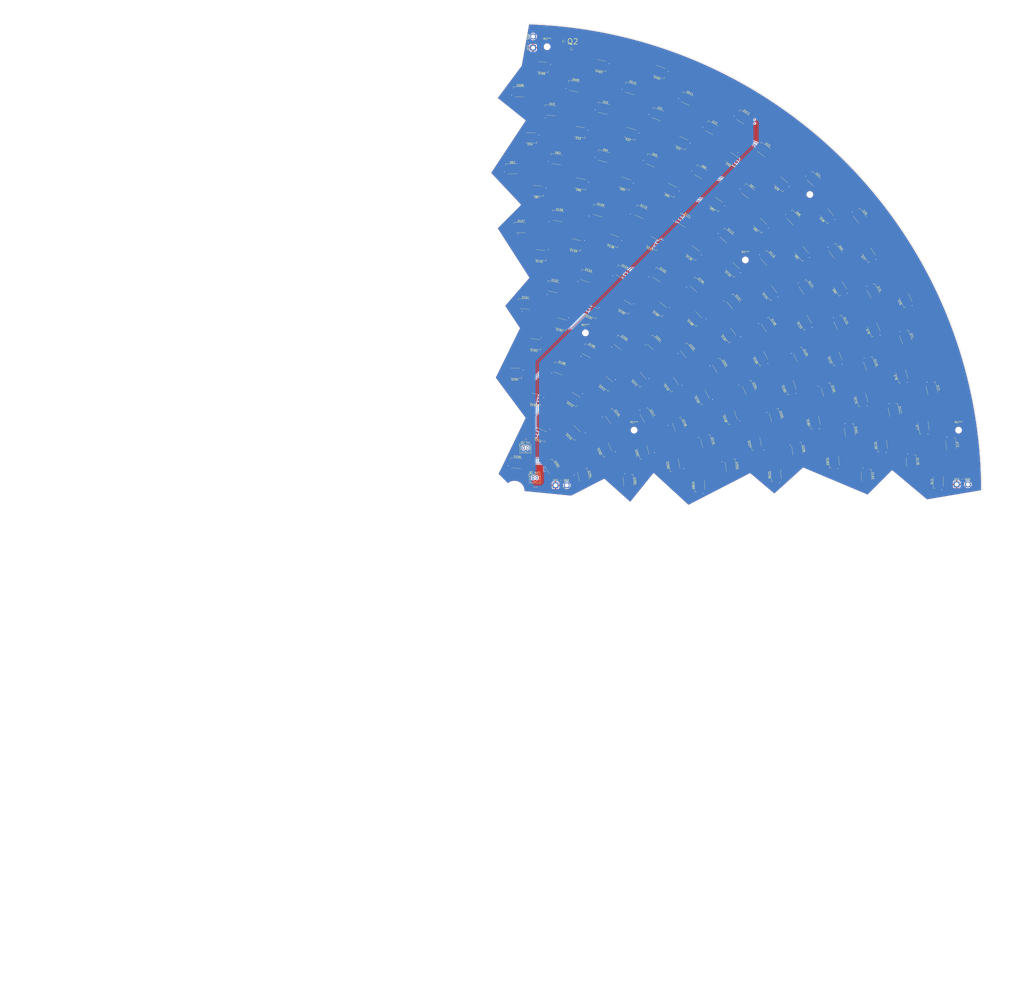
<source format=kicad_pcb>
(kicad_pcb (version 20240108) (generator "pcbnew") (generator_version "8.0")
  (layers (0 "F.Cu" signal) (31 "B.Cu" signal) (34 "B.Paste" user) (35 "F.Paste" user) (36 "B.SilkS" user "B.Silkscreen") (37 "F.SilkS" user "F.Silkscreen") (38 "B.Mask" user) (39 "F.Mask" user) (44 "Edge.Cuts" user))
  (net 0 "")
  (net 1 "VCC")
  (net 2 "GND")
  (net 3 "Net-(D19-CO)")
  (net 4 "Net-(D19-DO)")
  (net 5 "Net-(D20-CO)")
  (net 6 "Net-(D20-DO)")
  (net 7 "Net-(D21-CO)")
  (net 8 "Net-(D21-DO)")
  (net 9 "Net-(D22-DO)")
  (net 10 "Net-(D22-CO)")
  (net 11 "Net-(D23-DO)")
  (net 12 "Net-(D23-CO)")
  (net 13 "Net-(D24-DO)")
  (net 14 "Net-(D24-CO)")
  (net 15 "Net-(D25-CO)")
  (net 16 "Net-(D25-DO)")
  (net 17 "Net-(D26-DO)")
  (net 18 "Net-(D26-CO)")
  (net 19 "Net-(D27-CO)")
  (net 20 "Net-(D27-DO)")
  (net 21 "Net-(D28-DO)")
  (net 22 "Net-(D28-CO)")
  (net 23 "Net-(D29-CO)")
  (net 24 "Net-(D29-DO)")
  (net 25 "Net-(D30-DO)")
  (net 26 "Net-(D30-CO)")
  (net 27 "Net-(D31-DO)")
  (net 28 "Net-(D31-CO)")
  (net 29 "Net-(D32-DO)")
  (net 30 "Net-(D32-CO)")
  (net 31 "Net-(D33-CO)")
  (net 32 "Net-(D33-DO)")
  (net 33 "Net-(D19-DI)")
  (net 34 "Net-(D19-CI)")
  (net 35 "Net-(D26-CI)")
  (net 36 "Net-(D26-DI)")
  (net 37 "Net-(D62-DO)")
  (net 38 "Net-(D62-CO)")
  (net 39 "Net-(D63-CO)")
  (net 40 "Net-(D63-DO)")
  (net 41 "Net-(D64-CO)")
  (net 42 "Net-(D64-DO)")
  (net 43 "Net-(D65-CO)")
  (net 44 "Net-(D65-DO)")
  (net 45 "Net-(D66-CO)")
  (net 46 "Net-(D66-DO)")
  (net 47 "Net-(D67-DO)")
  (net 48 "Net-(D67-CO)")
  (net 49 "Net-(D68-DO)")
  (net 50 "Net-(D68-CO)")
  (net 51 "Net-(D69-DO)")
  (net 52 "Net-(D69-CO)")
  (net 53 "Net-(D70-DO)")
  (net 54 "Net-(D70-CO)")
  (net 55 "Net-(D71-CO)")
  (net 56 "Net-(D71-DO)")
  (net 57 "Net-(D72-DO)")
  (net 58 "Net-(D72-CO)")
  (net 59 "Net-(D76-DO)")
  (net 60 "Net-(D76-CO)")
  (net 61 "Net-(D77-CO)")
  (net 62 "Net-(D77-DO)")
  (net 63 "Net-(D78-DO)")
  (net 64 "Net-(D78-CO)")
  (net 65 "Net-(D79-CO)")
  (net 66 "Net-(D79-DO)")
  (net 67 "Net-(D80-DO)")
  (net 68 "Net-(D80-CO)")
  (net 69 "Net-(D81-DO)")
  (net 70 "Net-(D81-CO)")
  (net 71 "Net-(D82-DO)")
  (net 72 "Net-(D82-CO)")
  (net 73 "Net-(D83-DO)")
  (net 74 "Net-(D83-CO)")
  (net 75 "Net-(D84-CO)")
  (net 76 "Net-(D84-DO)")
  (net 77 "Net-(D85-CO)")
  (net 78 "Net-(D85-DO)")
  (net 79 "Net-(D86-DO)")
  (net 80 "Net-(D86-CO)")
  (net 81 "Net-(D62-CI)")
  (net 82 "Net-(D62-DI)")
  (net 83 "Net-(D118-CO)")
  (net 84 "Net-(D118-DO)")
  (net 85 "Net-(D107-CO)")
  (net 86 "Net-(D107-DO)")
  (net 87 "Net-(D108-DO)")
  (net 88 "Net-(D108-CO)")
  (net 89 "Net-(D109-DO)")
  (net 90 "Net-(D109-CO)")
  (net 91 "Net-(D110-DO)")
  (net 92 "Net-(D110-CO)")
  (net 93 "Net-(D111-DO)")
  (net 94 "Net-(D111-CO)")
  (net 95 "Net-(D112-DO)")
  (net 96 "Net-(D112-CO)")
  (net 97 "Net-(D113-DO)")
  (net 98 "Net-(D113-CO)")
  (net 99 "Net-(D114-DO)")
  (net 100 "Net-(D114-CO)")
  (net 101 "Net-(D115-DO)")
  (net 102 "Net-(D115-CO)")
  (net 103 "Net-(D116-CO)")
  (net 104 "Net-(D116-DO)")
  (net 105 "Net-(D117-DO)")
  (net 106 "Net-(D117-CO)")
  (net 107 "Net-(D107-DI)")
  (net 108 "Net-(D107-CI)")
  (net 109 "Net-(D130-DI)")
  (net 110 "Net-(D130-CI)")
  (net 111 "Net-(D130-DO)")
  (net 112 "Net-(D130-CO)")
  (net 113 "Net-(D131-DO)")
  (net 114 "Net-(D131-CO)")
  (net 115 "Net-(D132-DO)")
  (net 116 "Net-(D132-CO)")
  (net 117 "Net-(D133-DO)")
  (net 118 "Net-(D133-CO)")
  (net 119 "Net-(D134-CO)")
  (net 120 "Net-(D134-DO)")
  (net 121 "Net-(D135-DO)")
  (net 122 "Net-(D135-CO)")
  (net 123 "Net-(D136-CO)")
  (net 124 "Net-(D136-DO)")
  (net 125 "Net-(D137-DO)")
  (net 126 "Net-(D137-CO)")
  (net 127 "Net-(D138-DO)")
  (net 128 "Net-(D138-CO)")
  (net 129 "Net-(D139-CO)")
  (net 130 "Net-(D139-DO)")
  (net 131 "Net-(D151-CO)")
  (net 132 "Net-(D151-DO)")
  (net 133 "Net-(D152-DO)")
  (net 134 "Net-(D152-CO)")
  (net 135 "Net-(D153-DO)")
  (net 136 "Net-(D153-CO)")
  (net 137 "Net-(D154-DO)")
  (net 138 "Net-(D154-CO)")
  (net 139 "Net-(D155-CO)")
  (net 140 "Net-(D155-DO)")
  (net 141 "Net-(D156-DO)")
  (net 142 "Net-(D156-CO)")
  (net 143 "Net-(D157-DO)")
  (net 144 "Net-(D157-CO)")
  (net 145 "Net-(D158-CO)")
  (net 146 "Net-(D158-DO)")
  (net 147 "Net-(D159-CO)")
  (net 148 "Net-(D159-DO)")
  (net 149 "Net-(D160-DO)")
  (net 150 "Net-(D160-CO)")
  (net 151 "Net-(D161-CO)")
  (net 152 "Net-(D161-DO)")
  (net 153 "Net-(D151-CI)")
  (net 154 "Net-(D151-DI)")
  (net 155 "Net-(D183-CI)")
  (net 156 "Net-(D183-DI)")
  (net 157 "Net-(D183-DO)")
  (net 158 "Net-(D183-CO)")
  (net 159 "Net-(D184-DO)")
  (net 160 "Net-(D184-CO)")
  (net 161 "Net-(D185-CO)")
  (net 162 "Net-(D185-DO)")
  (net 163 "Net-(D186-DO)")
  (net 164 "Net-(D186-CO)")
  (net 165 "Net-(D187-CO)")
  (net 166 "Net-(D187-DO)")
  (net 167 "Net-(D188-CO)")
  (net 168 "Net-(D188-DO)")
  (net 169 "Net-(D189-CO)")
  (net 170 "Net-(D189-DO)")
  (net 171 "Net-(D190-CO)")
  (net 172 "Net-(D190-DO)")
  (net 173 "Net-(D191-DO)")
  (net 174 "Net-(D191-CO)")
  (net 175 "Net-(D192-CO)")
  (net 176 "Net-(D192-DO)")
  (net 177 "Net-(D193-DO)")
  (net 178 "Net-(D193-CO)")
  (net 179 "Net-(D197-DI)")
  (net 180 "Net-(D197-CI)")
  (net 181 "Net-(D236-DI)")
  (net 182 "Net-(D236-CI)")
  (net 183 "Net-(D196-DO)")
  (net 184 "Net-(D196-CO)")
  (net 185 "Net-(D197-DO)")
  (net 186 "Net-(D197-CO)")
  (net 187 "Net-(D198-DO)")
  (net 188 "Net-(D198-CO)")
  (net 189 "Net-(D199-DO)")
  (net 190 "Net-(D199-CO)")
  (net 191 "Net-(D200-CO)")
  (net 192 "Net-(D200-DO)")
  (net 193 "Net-(D201-DO)")
  (net 194 "Net-(D201-CO)")
  (net 195 "Net-(D202-CO)")
  (net 196 "Net-(D202-DO)")
  (net 197 "Net-(D203-DO)")
  (net 198 "Net-(D203-CO)")
  (net 199 "Net-(D204-CO)")
  (net 200 "Net-(D204-DO)")
  (net 201 "Net-(D205-CO)")
  (net 202 "Net-(D205-DO)")
  (net 203 "Net-(D245-CI)")
  (net 204 "Net-(D245-DI)")
  (net 205 "Net-(D289-CI)")
  (net 206 "Net-(D289-DI)")
  (net 207 "Net-(D196-CI)")
  (net 208 "Net-(D196-DI)")
  (net 209 "Net-(D236-DO)")
  (net 210 "Net-(D236-CO)")
  (net 211 "Net-(D237-DO)")
  (net 212 "Net-(D237-CO)")
  (net 213 "Net-(D238-DO)")
  (net 214 "Net-(D238-CO)")
  (net 215 "Net-(D239-DO)")
  (net 216 "Net-(D239-CO)")
  (net 217 "Net-(D240-CO)")
  (net 218 "Net-(D240-DO)")
  (net 219 "Net-(D241-DO)")
  (net 220 "Net-(D241-CO)")
  (net 221 "Net-(D242-CO)")
  (net 222 "Net-(D242-DO)")
  (net 223 "Net-(D243-DO)")
  (net 224 "Net-(D243-CO)")
  (net 225 "Net-(D245-DO)")
  (net 226 "Net-(D245-CO)")
  (net 227 "Net-(D246-DO)")
  (net 228 "Net-(D246-CO)")
  (net 229 "Net-(D247-CO)")
  (net 230 "Net-(D247-DO)")
  (net 231 "Net-(D248-DO)")
  (net 232 "Net-(D248-CO)")
  (net 233 "Net-(D249-CO)")
  (net 234 "Net-(D249-DO)")
  (net 235 "Net-(D289-CO)")
  (net 236 "Net-(D289-DO)")
  (net 237 "Net-(D290-CO)")
  (net 238 "Net-(D290-DO)")
  (net 239 "Net-(D291-CO)")
  (net 240 "Net-(D291-DO)")
  (net 241 "Net-(D293-CO)")
  (net 242 "Net-(D293-DO)")
  (net 243 "Net-(D294-DO)")
  (net 244 "Net-(D294-CO)")
  (net 245 "Net-(D464-DO)")
  (net 246 "Net-(D464-CO)")
  (net 247 "Net-(D465-CO)")
  (net 248 "Net-(D465-DO)")
  (net 249 "Net-(D509-DO)")
  (net 250 "Net-(D509-CO)")
  (net 251 "Net-(D510-CO)")
  (net 252 "Net-(D510-DO)")
  (net 253 "Net-(D512-DO)")
  (net 254 "Net-(D512-CO)")
  (net 255 "Net-(D466-DO)")
  (net 256 "Net-(D466-CO)")
  (net 257 "Net-(D508-CO)")
  (net 258 "Net-(D508-DO)")
  (net 259 "Net-(D511-CO)")
  (net 260 "Net-(D511-DO)")
  (footprint "LED_SMD:LED_RGB_5050-6" (layer "F.Cu") (at 467.078716 152.700297 131.4)
    (property "Reference" "D28")
    (property "Value" "APA102")
  )
  (footprint "LED_SMD:LED_RGB_5050-6" (layer "F.Cu") (at 433.450076 117.690299 -36.204)
    (property "Reference" "D23")
    (property "Value" "APA102")
  )
  (footprint "LED_SMD:LED_RGB_5050-6" (layer "F.Cu") (at 305.640155 199.995306 -3.228)
    (property "Reference" "D151")
    (property "Value" "APA102")
  )
  (footprint "LED_SMD:LED_RGB_5050-6" (layer "F.Cu") (at 312.292823 139.508141 175.62)
    (property "Reference" "D87")
    (property "Value" "APA102")
  )
  (footprint "LED_SMD:LED_RGB_5050-6" (layer "F.Cu") (at 392.351537 225.279229 -51.024)
    (property "Reference" "D202")
    (property "Value" "APA102")
  )
  (footprint "LED_SMD:LED_RGB_5050-6" (layer "F.Cu") (at 471.912372 228.833742 112.488)
    (property "Reference" "D132")
    (property "Value" "APA102")
  )
  (footprint "LED_SMD:LED_RGB_5050-6" (layer "F.Cu") (at 334.737619 108.08974 169.74)
    (property "Reference" "D33")
    (property "Value" "APA102")
  )
  (footprint "LED_SMD:LED_RGB_5050-6" (layer "F.Cu") (at 314.074585 269.926655 154.92)
    (property "Reference" "D244")
    (property "Value" "APA102")
  )
  (footprint "LED_SMD:LED_RGB_5050-6" (layer "F.Cu") (at 387.710023 264.826121 -68.148)
    (property "Reference" "D248")
    (property "Value" "APA102")
  )
  (footprint "LED_SMD:LED_RGB_5050-6" (layer "F.Cu") (at 496.572151 275.334452 97.152)
    (property "Reference" "D130")
    (property "Value" "APA102")
  )
  (footprint "LED_SMD:LED_RGB_5050-6" (layer "F.Cu") (at 338.551273 185.20867 -18.564)
    (property "Reference" "D153")
    (property "Value" "APA102")
  )
  (footprint "LED_SMD:LED_RGB_5050-6" (layer "F.Cu") (at 399.008572 296.909286 91.788)
    (property "Reference" "D289")
    (property "Value" "APA102")
  )
  (footprint "LED_SMD:LED_RGB_5050-6" (layer "F.Cu") (at 455.406399 209.711014 120.156)
    (property "Reference" "D133")
    (property "Value" "APA102")
  )
  (footprint "LED_SMD:LED_RGB_5050-6" (layer "F.Cu") (at 345.94175 72.400339 168.588)
    (property "Reference" "D465")
    (property "Value" "APA102")
  )
  (footprint "LED_SMD:LED_RGB_5050-6" (layer "F.Cu") (at 435.306728 175.788127 -47.448)
    (property "Reference" "D113")
    (property "Value" "APA102")
  )
  (footprint "Connector_JST:JST_PH_B2B-PH-K_1x02_P2.00mm_Vertical" (layer "F.Cu") (at 305 277)
    (property "Reference" "Q2 in1")
    (property "Value" "Conn_01x02_Pin")
  )
  (footprint "LED_SMD:LED_RGB_5050-6" (layer "F.Cu") (at 322.782147 122.648727 -7.32)
    (property "Reference" "D63")
    (property "Value" "APA102")
  )
  (footprint "LED_SMD:LED_RGB_5050-6" (layer "F.Cu") (at 415.698386 286.785104 -83.484)
    (property "Reference" "D250")
    (property "Value" "APA102")
  )
  (footprint "LED_SMD:LED_RGB_5050-6" (layer "F.Cu") (at 332.449371 168.247245 166.164)
    (property "Reference" "D139")
    (property "Value" "APA102")
  )
  (footprint "LED_SMD:LED_RGB_5050-6" (layer "F.Cu") (at 366.756973 240.068735 131.916)
    (property "Reference" "D241")
    (property "Value" "APA102")
  )
  (footprint "Connector_JST:JST_PH_B2B-PH-K_1x02_P2.00mm_Vertical" (layer "F.Cu") (at 310 293)
    (property "Reference" "Q2 out1")
    (property "Value" "Conn_01x02_Pin")
  )
  (footprint "LED_SMD:LED_RGB_5050-6" (layer "F.Cu") (at 352.774073 166.052632 158.496)
    (property "Reference" "D138")
    (property "Value" "APA102")
  )
  (footprint "LED_SMD:LED_RGB_5050-6" (layer "F.Cu") (at 339.768596 225.269091 -28.02)
    (property "Reference" "D199")
    (property "Value" "APA102")
  )
  (footprint "LED_SMD:LED_RGB_5050-6" (layer "F.Cu") (at 319.810548 287.398723 -57.54)
    (property "Reference" "D293")
    (property "Value" "APA102")
  )
  (footprint "LED_SMD:LED_RGB_5050-6" (layer "F.Cu") (at 523.295965 245.698416 -76.332)
    (property "Reference" "D72")
    (property "Value" "APA102")
  )
  (footprint "LED_SMD:LED_RGB_5050-6" (layer "F.Cu") (at 405.4546 106.067467 -28.536)
    (property "Reference" "D22")
    (property "Value" "APA102")
  )
  (footprint "LED_SMD:LED_RGB_5050-6" (layer "F.Cu") (at 479.349622 268.078802 -79.908)
    (property "Reference" "D161")
    (property "Value" "APA102")
  )
  (footprint "LED_SMD:LED_RGB_5050-6" (layer "F.Cu") (at 422.223747 100.361312 -31.476)
    (property "Reference" "D512")
    (property "Value" "APA102")
  )
  (footprint "LED_SMD:LED_RGB_5050-6" (layer "F.Cu") (at 359.171728 201.365794 149.04)
    (property "Reference" "D190")
    (property "Value" "APA102")
  )
  (footprint "Connector_Wire:SolderWire-1.5sqmm_1x02_P6mm_D1.7mm_OD3mm" (layer "F.Cu") (at 322 297)
    (property "Reference" "VCC - GND")
    (property "Value" "SolderWire-1.5sqmm_1x02_P6mm_D1.7mm_OD3mm")
  )
  (footprint "LED_SMD:LED_RGB_5050-6" (layer "F.Cu") (at 324.975284 210.693028 164.376)
    (property "Reference" "D192")
    (property "Value" "APA102")
  )
  (footprint "LED_SMD:LED_RGB_5050-6" (layer "F.Cu") (at 331.579068 268.579267 134.856)
    (property "Reference" "D245")
    (property "Value" "APA102")
  )
  (footprint "LED_SMD:LED_RGB_5050-6" (layer "F.Cu") (at 308.547242 111.193367 177.408)
    (property "Reference" "D34")
    (property "Value" "APA102")
  )
  (footprint "LED_SMD:LED_RGB_5050-6" (layer "F.Cu") (at 474.143157 191.419796 121.944)
    (property "Reference" "D80")
    (property "Value" "APA102")
  )
  (footprint "LED_SMD:LED_RGB_5050-6" (layer "F.Cu") (at 460.094461 133.474436 -43.872)
    (property "Reference" "D24")
    (property "Value" "APA102")
  )
  (footprint "LED_SMD:LED_RGB_5050-6" (layer "F.Cu") (at 400.69932 249.617494 116.58)
    (property "Reference" "D239")
    (property "Value" "APA102")
  )
  (footprint "LED_SMD:LED_RGB_5050-6" (layer "F.Cu") (at 397.535743 190.019189 -41.568)
    (property "Reference" "D156")
    (property "Value" "APA102")
  )
  (footprint "LED_SMD:LED_RGB_5050-6" (layer "F.Cu") (at 392.474613 90.411245 -23.808)
    (property "Reference" "D511")
    (property "Value" "APA102")
  )
  (footprint "LED_SMD:LED_RGB_5050-6" (layer "F.Cu") (at 484.765277 153.24155 -51.54)
    (property "Reference" "D25")
    (property "Value" "APA102")
  )
  (footprint "LED_SMD:LED_RGB_5050-6" (layer "F.Cu") (at 490.072821 232.512427 -70.452)
    (property "Reference" "D116")
    (property "Value" "APA102")
  )
  (footprint "LED_SMD:LED_RGB_5050-6" (layer "F.Cu") (at 319.705772 96.538867 -5.532)
    (property "Reference" "D19")
    (property "Value" "APA102")
  )
  (footprint "LED_SMD:LED_RGB_5050-6" (layer "F.Cu") (at 533.500949 275.458061 -84)
    (property "Reference" "D73")
    (property "Value" "APA102")
  )
  (footprint "MountingHole:MountingHole_3.2mm_M3" (layer "F.Cu") (at 537.5 267.5)
    (property "Reference" "REF**")
    (property "Value" "MountingHole_3.2mm_M3")
  )
  (footprint "LED_SMD:LED_RGB_5050-6" (layer "F.Cu") (at 416.613722 181.366152 135.492)
    (property "Reference" "D135")
    (property "Value" "APA102")
  )
  (footprint "MountingHole:MountingHole_3.2mm_M3" (layer "F.Cu") (at 317.5 62.5)
    (property "Reference" "REF**")
    (property "Value" "MountingHole_3.2mm_M3")
  )
  (footprint "LED_SMD:LED_RGB_5050-6" (layer "F.Cu") (at 347.953682 95.54843 -13.2)
    (property "Reference" "D20")
    (property "Value" "APA102")
  )
  (footprint "LED_SMD:LED_RGB_5050-6" (layer "F.Cu") (at 374.565904 221.027372 -43.356)
    (property "Reference" "D201")
    (property "Value" "APA102")
  )
  (footprint "LED_SMD:LED_RGB_5050-6" (layer "F.Cu") (at 526.607992 294.968342 91.272)
    (property "Reference" "D76")
    (property "Value" "APA102")
  )
  (footprint "LED_SMD:LED_RGB_5050-6" (layer "F.Cu") (at 321.004961 190.881754 -10.896)
    (property "Reference" "D152")
    (property "Value" "APA102")
  )
  (footprint "LED_SMD:LED_RGB_5050-6" (layer "F.Cu") (at 507.188603 238.202893 106.608)
    (property "Reference" "D78")
    (property "Value" "APA102")
  )
  (footprint "LED_SMD:LED_RGB_5050-6" (layer "F.Cu") (at 362.261113 84.855156 -16.14)
    (property "Reference" "D510")
    (property "Value" "APA102")
  )
  (footprint "LED_SMD:LED_RGB_5050-6" (layer "F.Cu") (at 361.83423 108.876929 162.072)
    (property "Reference" "D32")
    (property "Value" "APA102")
  )
  (footprint "LED_SMD:LED_RGB_5050-6" (layer "F.Cu") (at 413.418557 163.774155 -39.78)
    (property "Reference" "D112")
    (property "Value" "APA102")
  )
  (footprint "LED_SMD:LED_RGB_5050-6" (layer "F.Cu") (at 303.540133 159.172206 -1.44)
    (property "Reference" "D107")
    (property "Value" "APA102")
  )
  (footprint "LED_SMD:LED_RGB_5050-6" (layer "F.Cu") (at 415.839832 260.312053 108.912)
    (property "Reference" "D238")
    (property "Value" "APA102")
  )
  (footprint "LED_SMD:LED_RGB_5050-6" (layer "F.Cu") (at 324.223038 234.698817 -20.352)
    (property "Reference" "D198")
    (property "Value" "APA102")
  )
  (footprint "LED_SMD:LED_RGB_5050-6" (layer "F.Cu") (at 455.755014 191.408446 -55.116)
    (property "Reference" "D114")
    (property "Value" "APA102")
  )
  (footprint "LED_SMD:LED_RGB_5050-6" (layer "F.Cu") (at 310.972417 221.489771 172.044)
    (property "Reference" "D193")
    (property "Value" "APA102")
  )
  (footprint "LED_SMD:LED_RGB_5050-6" (layer "F.Cu") (at 491.969603 193.57199 -60.996)
    (property "Reference" "D70")
    (property "Value" "APA102")
  )
  (footprint "Connector_Wire:SolderWire-1.5sqmm_1x02_P6mm_D1.7mm_OD3mm" (layer "F.Cu") (at 310 63 90)
    (property "Reference" "VCC - GND")
    (property "Value" "SolderWire-1.5sqmm_1x02_P6mm_D1.7mm_OD3mm")
  )
  (footprint "LED_SMD:LED_RGB_5050-6" (layer "F.Cu") (at 356.804592 220.913096 -35.688)
    (property "Reference" "D200")
    (property "Value" "APA102")
  )
  (footprint "LED_SMD:LED_RGB_5050-6" (layer "F.Cu") (at 453.690754 172.801722 129.612)
    (property "Reference" "D81")
    (property "Value" "APA102")
  )
  (footprint "LED_SMD:LED_RGB_5050-6" (layer "F.Cu") (at 492.147394 213.339001 114.276)
    (property "Reference" "D79")
    (property "Value" "APA102")
  )
  (footprint "LED_SMD:LED_RGB_5050-6" (layer "F.Cu") (at 451.279445 277.919929 -81.696)
    (property "Reference" "D206")
    (property "Value" "APA102")
  )
  (footprint "LED_SMD:LED_RGB_5050-6" (layer "F.Cu") (at 471.769851 172.097231 -53.328)
    (property "Reference" "D69")
    (property "Value" "APA102")
  )
  (footprint "LED_SMD:LED_RGB_5050-6" (layer "F.Cu") (at 439.814714 291.262399 93.576)
    (property "Reference" "D236")
    (property "Value" "APA102")
  )
  (footprint "LED_SMD:LED_RGB_5050-6" (layer "F.Cu") (at 349.08952 242.352632 139.584)
    (property "Reference" "D242")
    (property "Value" "APA102")
  )
  (footprint "LED_SMD:LED_RGB_5050-6" (layer "F.Cu") (at 331.624476 250.830472 147.252)
    (property "Reference" "D243")
    (property "Value" "APA102")
  )
  (footprint "LED_SMD:LED_RGB_5050-6" (layer "F.Cu") (at 347.887936 121.129947 -14.988)
    (property "Reference" "D64")
    (property "Value" "APA102")
  )
  (footprint "LED_SMD:LED_RGB_5050-6" (layer "F.Cu") (at 470.820084 283.961029 95.364)
    (property "Reference" "D183")
    (property "Value" "APA102")
  )
  (footprint "LED_SMD:LED_RGB_5050-6" (layer "F.Cu") (at 383.369998 139.052979 152.616)
    (property "Reference" "D84")
    (property "Value" "APA102")
  )
  (footprint "LED_SMD:LED_RGB_5050-6" (layer "F.Cu") (at 407.705605 146.477192 144.948)
    (property "Reference" "D83")
    (property "Value" "APA102")
  )
  (footprint "LED_SMD:LED_RGB_5050-6" (layer "F.Cu") (at 314.832566 73.33506 176.256)
    (property "Reference" "D466")
    (property "Value" "APA102")
  )
  (footprint "LED_SMD:LED_RGB_5050-6" (layer "F.Cu") (at 512.292985 284.365474 -85.788)
    (property "Reference" "D118")
    (property "Value" "APA102")
  )
  (footprint "LED_SMD:LED_RGB_5050-6" (layer "F.Cu") (at 439.51099 260.06964 -74.028)
    (property "Reference" "D205")
    (property "Value" "APA102")
  )
  (footprint "LED_SMD:LED_RGB_5050-6" (layer "F.Cu") (at 449.251385 154.14811 -45.66)
    (property "Reference" "D68")
    (property "Value" "APA102")
  )
  (footprint "LED_SMD:LED_RGB_5050-6" (layer "F.Cu") (at 302.994218 86.635793 -0.804)
    (property "Reference" "D508")
    (property "Value" "APA102")
  )
  (footprint "LED_SMD:LED_RGB_5050-6" (layer "F.Cu") (at 474.189387 210.417315 -62.784)
    (property "Reference" "D115")
    (property "Value" "APA102")
  )
  (footprint "LED_SMD:LED_RGB_5050-6" (layer "F.Cu") (at 313.631646 173.862463 173.832)
    (property "Reference" "D140")
    (property "Value" "APA102")
  )
  (footprint "LED_SMD:LED_RGB_5050-6" (layer "F.Cu") (at 395.477742 172.557853 143.16)
    (property "Reference" "D136")
    (property "Value" "APA102")
  )
  (footprint "LED_SMD:LED_RGB_5050-6" (layer "F.Cu") (at 376.743923 98.690237 -20.868)
    (property "Reference" "D21")
    (property "Value" "APA102")
  )
  (footprint "LED_SMD:LED_RGB_5050-6" (layer "F.Cu") (at 373.695635 123.444192 -22.656)
    (property "Reference" "D65")
    (property "Value" "APA102")
  )
  (footprint "LED_SMD:LED_RGB_5050-6" (layer "F.Cu") (at 345.155267 150.21181 -16.776)
    (property "Reference" "D109")
    (property "Value" "APA102")
  )
  (footprint "MountingHole:MountingHole_3.2mm_M3" (layer "F.Cu") (at 458 141.5)
    (property "Reference" "REF**" (hide yes))
    (property "Value" "MountingHole_3.2mm_M3")
  )
  (footprint "LED_SMD:LED_RGB_5050-6" (layer "F.Cu") (at 417.151431 199.005979 -49.236)
    (property "Reference" "D157")
    (property "Value" "APA102")
  )
  (footprint "LED_SMD:LED_RGB_5050-6" (layer "F.Cu") (at 332.226546 83.643928 -8.472)
    (property "Reference" "D509")
    (property "Value" "APA102")
  )
  (footprint "LED_SMD:LED_RGB_5050-6" (layer "F.Cu") (at 452.61152 227.443305 -64.572)
    (property "Reference" "D159")
    (property "Value" "APA102")
  )
  (footprint "LED_SMD:LED_RGB_5050-6" (layer "F.Cu") (at 431.348447 157.758707 137.28)
    (property "Reference" "D82")
    (property "Value" "APA102")
  )
  (footprint "LED_SMD:LED_RGB_5050-6" (layer "F.Cu") (at 414.861399 216.437993 126.036)
    (property "Reference" "D187")
    (property "Value" "APA102")
  )
  (footprint "LED_SMD:LED_RGB_5050-6" (layer "F.Cu") (at 424.994082 139.968817 -37.992)
    (property "Reference" "D67")
    (property "Value" "APA102")
  )
  (footprint "LED_SMD:LED_RGB_5050-6" (layer "F.Cu") (at 431.960711 228.744328 118.368)
    (property "Reference" "D186")
    (property "Value" "APA102")
  )
  (footprint "LED_SMD:LED_RGB_5050-6" (layer "F.Cu") (at 460.444456 262.864081 103.032)
    (property "Reference" "D184")
    (property "Value" "APA102")
  )
  (footprint "LED_SMD:LED_RGB_5050-6" (layer "F.Cu") (at 518.806903 265.579234 98.94)
    (property "Reference" "D77")
    (property "Value" "APA102")
  )
  (footprint "LED_SMD:LED_RGB_5050-6" (layer "F.Cu") (at 300.316671 237.000795 179.712)
    (property "Reference" "D194")
    (property "Value" "APA102")
  )
  (footprint "LED_SMD:LED_RGB_5050-6" (layer "F.Cu") (at 336.975708 291.873069 -77.604)
    (property "Reference" "D294")
    (property "Value" "APA102")
  )
  (footprint "LED_SMD:LED_RGB_5050-6" (layer "F.Cu") (at 373.990741 167.4571 150.828)
    (property "Reference" "D137")
    (property "Value" "APA102")
  )
  (footprint "LED_SMD:LED_RGB_5050-6" (layer "F.Cu") (at 425.414741 245.103346 -66.36)
    (property "Reference" "D204")
    (property "Value" "APA102")
  )
  (footprint "LED_SMD:LED_RGB_5050-6" (layer "F.Cu") (at 436.787017 193.805311 127.824)
    (property "Reference" "D134")
    (property "Value" "APA102")
  )
  (footprint "LED_SMD:LED_RGB_5050-6" (layer "F.Cu") (at 341.310696 204.040756 156.708)
    (property "Reference" "D191")
    (property "Value" "APA102")
  )
  (footprint "LED_SMD:LED_RGB_5050-6" (layer "F.Cu") (at 467.325262 246.406563 -72.24)
    (property "Reference" "D160")
    (property "Value" "APA102")
  )
  (footprint "LED_SMD:LED_RGB_5050-6" (layer "F.Cu") (at 385.408703 285.774902 99.456)
    (property "Reference" "D290")
    (property "Value" "APA102")
  )
  (footprint "LED_SMD:LED_RGB_5050-6" (layer "F.Cu") (at 384.149891 242.708677 124.248)
    (property "Reference" "D240")
    (property "Value" "APA102")
  )
  (footprint "LED_SMD:LED_RGB_5050-6" (layer "F.Cu") (at 488.247169 292.031113 -87.576)
    (property "Reference" "D162")
    (property "Value" "APA102")
  )
  (footprint "LED_SMD:LED_RGB_5050-6" (layer "F.Cu") (at 357.594195 183.117971 -26.232)
    (property "Reference" "D154")
    (property "Value" "APA102")
  )
  (footprint "LED_SMD:LED_RGB_5050-6" (layer "F.Cu") (at 352.238743 260.365877 -52.812)
    (property "Reference" "D246")
    (property "Value" "APA102")
  )
  (footprint "LED_SMD:LED_RGB_5050-6" (layer "F.Cu") (at 502.916956 257.312661 -78.12)
    (property "Reference" "D117")
    (property "Value" "APA102")
  )
  (footprint "LED_SMD:LED_RGB_5050-6" (layer "F.Cu") (at 358.954966 135.489933 160.284)
    (property "Reference" "D85")
    (property "Value" "APA102")
  )
  (footprint "LED_SMD:LED_RGB_5050-6" (layer "F.Cu") (at 409.505693 233.39855 -58.692)
    (property "Reference" "D203")
    (property "Value" "APA102")
  )
  (footprint "LED_SMD:LED_RGB_5050-6" (layer "F.Cu") (at 442.484366 135.697062 139.068)
    (property "Reference" "D29")
    (property "Value" "APA102")
  )
  (footprint "LED_SMD:LED_RGB_5050-6" (layer "F.Cu") (at 323.564438 153.013717 -9.108)
    (property "Reference" "D108")
    (property "Value" "APA102")
  )
  (footprint "LED_SMD:LED_RGB_5050-6" (layer "F.Cu") (at 396.613183 207.661531 133.704)
    (property "Reference" "D188")
    (property "Value" "APA102")
  )
  (footprint "LED_SMD:LED_RGB_5050-6" (layer "F.Cu") (at 429.039332 274.346528 101.244)
    (property "Reference" "D237")
    (property "Value" "APA102")
  )
  (footprint "LED_SMD:LED_RGB_5050-6" (layer "F.Cu") (at 485.788474 250.843181 104.82)
    (property "Reference" "D131")
    (property "Value" "APA102")
  )
  (footprint "LED_SMD:LED_RGB_5050-6" (layer "F.Cu") (at 399.603079 129.713545 -30.324)
    (property "Reference" "D66")
    (property "Value" "APA102")
  )
  (footprint "LED_SMD:LED_RGB_5050-6" (layer "F.Cu") (at 390.689418 155.495919 -32.112)
    (property "Reference" "D111")
    (property "Value" "APA102")
  )
  (footprint "MountingHole:MountingHole_3.2mm_M3" (layer "F.Cu") (at 364 267.5)
    (property "Reference" "REF**")
    (property "Value" "MountingHole_3.2mm_M3")
  )
  (footprint "LED_SMD:LED_RGB_5050-6" (layer "F.Cu") (at 489.512241 173.458068 123.732)
    (property "Reference" "D27")
    (property "Value" "APA102")
  )
  (footprint "LED_SMD:LED_RGB_5050-6" (layer "F.Cu") (at 402.8119 274.015136 -75.816)
    (property "Reference" "D249")
    (property "Value" "APA102")
  )
  (footprint "LED_SMD:LED_RGB_5050-6" (layer "F.Cu") (at 348.605273 277.549445 114.792)
    (property "Reference" "D292")
    (property "Value" "APA102")
  )
  (footprint "LED_SMD:LED_RGB_5050-6" (layer "F.Cu") (at 447.332434 244.327712 110.7)
    (property "Reference" "D185")
    (property "Value" "APA102")
  )
  (footprint "LED_SMD:LED_RGB_5050-6" (layer "F.Cu") (at 377.833286 202.597589 141.372)
    (property "Reference" "D189")
    (property "Value" "APA102")
  )
  (footprint "LED_SMD:LED_RGB_5050-6" (layer "F.Cu") (at 311.056907 250.872667 167.316)
    (property "Reference" "D197")
    (property "Value" "APA102")
  )
  (footprint "LED_SMD:LED_RGB_5050-6" (layer "F.Cu") (at 509.308832 218.242355 -68.664)
    (property "Reference" "D71")
    (property "Value" "APA102")
  )
  (footprint "LED_SMD:LED_RGB_5050-6" (layer "F.Cu") (at 389.23833 113.711861 154.404)
    (property "Reference" "D31")
    (property "Value" "APA102")
  )
  (footprint "LED_SMD:LED_RGB_5050-6" (layer "F.Cu") (at 368.793289 278.804873 107.124)
    (property "Reference" "D291")
    (property "Value" "APA102")
  )
  (footprint "LED_SMD:LED_RGB_5050-6" (layer "F.Cu") (at 435.704972 211.548541 -56.904)
    (property "Reference" "D158")
    (property "Value" "APA102")
  )
  (footprint "MountingHole:MountingHole_3.2mm_M3" (layer "F.Cu") (at 338 215.5)
    (property "Reference" "REF**")
    (property "Value" "MountingHole_3.2mm_M3")
  )
  (footprint "LED_SMD:LED_RGB_5050-6" (layer "F.Cu") (at 377.471879 184.70968 -33.9)
    (property "Reference" "D155")
    (property "Value" "APA102")
  )
  (footprint "LED_SMD:LED_RGB_5050-6" (layer "F.Cu") (at 335.066819 135.700522 167.952)
    (property "Reference" "D86")
    (property "Value" "APA102")
  )
  (footprint "LED_SMD:LED_RGB_5050-6" (layer "F.Cu") (at 301.298327 285.207625 -5.016)
    (property "Reference" "D196")
    (property "Value" "APA102")
  )
  (footprint "LED_SMD:LED_RGB_5050-6" (layer "F.Cu") (at 509.216097 197.669044 116.064)
    (property "Reference" "D26")
    (property "Value" "APA102")
  )
  (footprint "Connector_Wire:SolderWire-1.5sqmm_1x02_P6mm_D1.7mm_OD3mm" (layer "F.Cu") (at 536.5 296.5)
    (property "Reference" "VCC - GND")
    (property "Value" "SolderWire-1.5sqmm_1x02_P6mm_D1.7mm_OD3mm")
  )
  (footprint "MountingHole:MountingHole_3.2mm_M3" (layer "F.Cu") (at 423.5 176.5)
    (property "Reference" "REF**")
    (property "Value" "MountingHole_3.2mm_M3")
  )
  (footprint "LED_SMD:LED_RGB_5050-6" (layer "F.Cu") (at 377.512796 75.903444 160.92)
    (property "Reference" "D464")
    (property "Value" "APA102")
  )
  (footprint "LED_SMD:LED_RGB_5050-6" (layer "F.Cu") (at 367.730887 150.992359 -24.444)
    (property "Reference" "D110")
    (property "Value" "APA102")
  )
  (footprint "LED_SMD:LED_RGB_5050-6" (layer "F.Cu") (at 370.77435 259.925179 -60.48)
    (property "Reference" "D247")
    (property "Value" "APA102")
  )
  (footprint "LED_SMD:LED_RGB_5050-6" (layer "F.Cu") (at 298.954029 127.790372 0.348)
    (property "Reference" "D62")
    (property "Value" "APA102")
  )
  (footprint "LED_SMD:LED_RGB_5050-6" (layer "F.Cu") (at 361.01666 294.953496 -85.272)
    (property "Reference" "D295")
    (property "Value" "APA102")
  )
  (footprint "LED_SMD:LED_RGB_5050-6" (layer "F.Cu") (at 416.330629 122.66082 146.736)
    (property "Reference" "D30")
    (property "Value" "APA102")
  )
  (gr_line (start 327.5 59.5) (end 325.5 59.5) (stroke (width 0.1)) (layer "F.SilkS"))
  (gr_line (start 330.5 62.5) (end 330.5 64.5) (stroke (width 0.1)) (layer "F.SilkS"))
  (gr_line (start 330.5 64.5) (end 329.5 63.5) (stroke (width 0.1)) (layer "F.SilkS"))
  (gr_line (start 325.5 59.5) (end 326.5 58.5) (stroke (width 0.1)) (layer "F.SilkS"))
  (gr_line (start 330.5 64.5) (end 331.5 63.5) (stroke (width 0.1)) (layer "F.SilkS"))
  (gr_line (start 326.5 60.5) (end 325.5 59.5) (stroke (width 0.1)) (layer "F.SilkS"))
  (gr_line (start 307.5 186) (end 294.5 201) (stroke (width 0.05)) (layer "Edge.Cuts"))
  (gr_line (start 307.499624 50.112514) (end 303.5 72.5) (stroke (width 0.05)) (layer "Edge.Cuts"))
  (gr_line (start 374.5 291) (end 362 306.5) (stroke (width 0.05)) (layer "Edge.Cuts"))
  (gr_line (start 502 289.5) (end 489 302.5) (stroke (width 0.05)) (layer "Edge.Cuts"))
  (gr_line (start 302.5 213) (end 289.5 239.5) (stroke (width 0.05)) (layer "Edge.Cuts"))
  (gr_line (start 330.5 303) (end 304.925182 300.492518) (stroke (width 0.05)) (layer "Edge.Cuts"))
  (gr_line (start 520.5 305) (end 502 289.5) (stroke (width 0.05)) (layer "Edge.Cuts"))
  (gr_line (start 454.5 288) (end 439 302) (stroke (width 0.05)) (layer "Edge.Cuts"))
  (gr_line (start 287 130) (end 303 147) (stroke (width 0.05)) (layer "Edge.Cuts"))
  (gr_line (start 426 291) (end 393 308) (stroke (width 0.05)) (layer "Edge.Cuts"))
  (gr_line (start 289.5 239.5) (end 305.5 261) (stroke (width 0.05)) (layer "Edge.Cuts"))
  (gr_line (start 291 291) (end 296.5 296.5) (stroke (width 0.05)) (layer "Edge.Cuts"))
  (gr_line (start 303 147) (end 290.5 159.5) (stroke (width 0.05)) (layer "Edge.Cuts"))
  (gr_line (start 348 294) (end 330.5 303) (stroke (width 0.05)) (layer "Edge.Cuts"))
  (gr_line (start 489 302.5) (end 454.5 288) (stroke (width 0.05)) (layer "Edge.Cuts"))
  (gr_arc (start 307.499624 50.112514) (mid 479.408619 125.895012) (end 550 300) (stroke (width 0.2)) (layer "Edge.Cuts"))
  (gr_line (start 305.5 102) (end 287 130) (stroke (width 0.05)) (layer "Edge.Cuts"))
  (gr_line (start 393 308) (end 374.5 291) (stroke (width 0.05)) (layer "Edge.Cuts"))
  (gr_line (start 362 306.5) (end 348 294) (stroke (width 0.05)) (layer "Edge.Cuts"))
  (gr_line (start 294.5 201) (end 302.5 213) (stroke (width 0.05)) (layer "Edge.Cuts"))
  (gr_line (start 290.5 90) (end 305.5 102) (stroke (width 0.05)) (layer "Edge.Cuts"))
  (gr_line (start 303.5 72.5) (end 290.5 90) (stroke (width 0.05)) (layer "Edge.Cuts"))
  (gr_line (start 290.5 159.5) (end 307.5 186) (stroke (width 0.05)) (layer "Edge.Cuts"))
  (gr_line (start 439 302) (end 426 291) (stroke (width 0.05)) (layer "Edge.Cuts"))
  (gr_line (start 550 300) (end 520.5 305) (stroke (width 0.05)) (layer "Edge.Cuts"))
  (gr_line (start 305.5 261) (end 291 291) (stroke (width 0.05)) (layer "Edge.Cuts"))
  (gr_arc (start 296.5 296.5) (mid 302.119631 295.527063) (end 304.925182 300.492518) (stroke (width 0.05)) (layer "Edge.Cuts"))
  (gr_text "out" (at 312.5 298.5 0) (layer "B.SilkS") (effects (font (size 1 1) (thickness 0.1)) (justify left bottom mirror)))
  (gr_text "in" (at 307 273 0) (layer "B.SilkS") (effects (font (size 1 1) (thickness 0.1)) (justify left bottom mirror)))
  (gr_text "Q2" (at 328 61.5 0) (layer "F.SilkS") (effects (font (size 3 3) (thickness 0.3)) (justify left bottom)))
  (segment (start 511.797713 199.078036) (end 512.676462 200.874643) (width 0.8) (layer "F.Cu") (net 2))
  (segment (start 373.902069 280.597931) (end 375 279.5) (width 0.8) (layer "F.Cu") (net 2))
  (segment (start 370.269533 222) (end 370 222) (width 0.8) (layer "F.Cu") (net 2))
  (segment (start 369.625282 240.718966) (end 370.344248 240) (width 0.8) (layer "F.Cu") (net 2))
  (segment (start 458.081976 210.932197) (end 459.086688 212.661518) (width 0.8) (layer "F.Cu") (net 2))
  (segment (start 400.782629 299.255075) (end 400.845031 301.254101) (width 0.8) (layer "F.Cu") (net 2))
  (segment (start 380.769448 202.767749) (end 381.537197 202) (width 0.8) (layer "F.Cu") (net 2))
  (segment (start 386.282981 138.647359) (end 388.058868 139.567262) (width 0.8) (layer "F.Cu") (net 2))
  (segment (start 452.987883 190.411957) (end 451.84405 188.771334) (width 0.8) (layer "F.Cu") (net 2))
  (segment (start 301.09817 161.59817) (end 302 162.5) (width 0.8) (layer "F.Cu") (net 2))
  (segment (start 449.250648 275.790614) (end 447.790614 275.790614) (width 0.8) (layer "F.Cu") (net 2))
  (segment (start 335.186278 167.170514) (end 336.329486 167.170514) (width 0.8) (layer "F.Cu") (net 2))
  (segment (start 393.31083 191) (end 392 191) (width 0.8) (layer "F.Cu") (net 2))
  (segment (start 394.612174 189.698656) (end 393.31083 191) (width 0.8) (layer "F.Cu") (net 2))
  (segment (start 506.852136 216.625365) (end 506.124463 214.76244) (width 0.8) (layer "F.Cu") (net 2))
  (segment (start 383.768677 263.231323) (end 385.238867 263.231323) (width 0.8) (layer "F.Cu") (net 2))
  (segment (start 378.057529 166) (end 379.5 166) (width 0.8) (layer "F.Cu") (net 2))
  (segment (start 380.336657 75.081368) (end 382.226783 75.735144) (width 0.8) (layer "F.Cu") (net 2))
  (segment (start 456.530604 173.566738) (end 457.805774 175.107497) (width 0.8) (layer "F.Cu") (net 2))
  (segment (start 399.500384 208.22195) (end 399.722334 208) (width 0.8) (layer "F.Cu") (net 2))
  (segment (start 301.09817 160.811357) (end 301.09817 161.59817) (width 0.8) (layer "F.Cu") (net 2))
  (segment (start 500.759298 255.314034) (end 500.347573 253.356873) (width 0.8) (layer "F.Cu") (net 2))
  (segment (start 419.5 122.325595) (end 419.5 119) (width 0.8) (layer "F.Cu") (net 2))
  (segment (start 472.736998 286.191597) (end 472.923963 288.182838) (width 0.8) (layer "F.Cu") (net 2))
  (segment (start 410.486409 163.544998) (end 408.949396 162.265316) (width 0.8) (layer "F.Cu") (net 2))
  (segment (start 303.148237 201.557466) (end 303.148237 203.148237) (width 0.8) (layer "F.Cu") (net 2))
  (segment (start 352 222.757322) (end 352 223) (width 0.8) (layer "F.Cu") (net 2))
  (segment (start 396.673125 129.969224) (end 394.946757 128.959446) (width 0.8) (layer "F.Cu") (net 2))
  (segment (start 481.941381 152.419594) (end 480.697445 150.853509) (width 0.8) (layer "F.Cu") (net 2))
  (segment (start 364.842543 151.546854) (end 364.389397 152) (width 0.8) (layer "F.Cu") (net 2))
  (segment (start 399.104865 272.104865) (end 398.5 271.5) (width 0.8) (layer "F.Cu") (net 2))
  (segment (start 417.769357 217.5) (end 421 217.5) (width 0.8) (layer "F.Cu") (net 2))
  (segment (start 298.758881 286.691273) (end 296.766541 286.516406) (width 0.8) (layer "F.Cu") (net 2))
  (segment (start 422.8086 243.5) (end 420 243.5) (width 0.8) (layer "F.Cu") (net 2))
  (segment (start 417.648005 217.378648) (end 417.769357 217.5) (width 0.8) (layer "F.Cu") (net 2))
  (segment (start 348.415225 260.5) (end 347 260.5) (width 0.8) (layer "F.Cu") (net 2))
  (segment (start 327.744453 209.702219) (end 327.744453 208.755547) (width 0.8) (layer "F.Cu") (net 2))
  (segment (start 399.722334 208) (end 402.5 208) (width 0.8) (layer "F.Cu") (net 2))
  (segment (start 449.771029 245.97187) (end 450.477978 247.842758) (width 0.8) (layer "F.Cu") (net 2))
  (segment (start 348.630668 71.208819) (end 350.591127 71.604544) (width 0.8) (layer "F.Cu") (net 2))
  (segment (start 434.596883 230.048397) (end 435.547148 231.808225) (width 0.8) (layer "F.Cu") (net 2))
  (segment (start 403.29352 251.003178) (end 403.296698 251) (width 0.8) (layer "F.Cu") (net 2))
  (segment (start 510.421303 282.096816) (end 510.274409 280.102218) (width 0.8) (layer "F.Cu") (net 2))
  (segment (start 432.431378 175.169773) (end 431.07886 173.696446) (width 0.8) (layer "F.Cu") (net 2))
  (segment (start 463.139493 244.639493) (end 462.5 244) (width 0.8) (layer "F.Cu") (net 2))
  (segment (start 488.045802 252.728512) (end 488.557368 254.66198) (width 0.8) (layer "F.Cu") (net 2))
  (segment (start 319 267.373163) (end 319 267) (width 0.8) (layer "F.Cu") (net 2))
  (segment (start 303.148237 203.148237) (end 304 204) (width 0.8) (layer "F.Cu") (net 2))
  (segment (start 390.362998 287.862998) (end 390.5 288) (width 0.8) (layer "F.Cu") (net 2))
  (segment (start 520.859211 267.685897) (end 521.170011 269.6616) (width 0.8) (layer "F.Cu") (net 2))
  (segment (start 419.26984 122.555755) (end 419.5 122.325595) (width 0.8) (layer "F.Cu") (net 2))
  (segment (start 382 265) (end 383.768677 263.231323) (width 0.8) (layer "F.Cu") (net 2))
  (segment (start 364.640994 107.998246) (end 366.543882 108.613889) (width 0.8) (layer "F.Cu") (net 2))
  (segment (start 311.021668 109.603644) (end 313.019621 109.694091) (width 0.8) (layer "F.Cu") (net 2))
  (segment (start 376.914962 167.142567) (end 378.057529 166) (width 0.8) (layer "F.Cu") (net 2))
  (segment (start 345.129937 122.151434) (end 343.197977 121.634201) (width 0.8) (layer "F.Cu") (net 2))
  (segment (start 313.584617 218.915383) (end 314.5 218) (width 0.8) (layer "F.Cu") (net 2))
  (segment (start 402.53405 106.41444) (end 400.777016 105.459019) (width 0.8) (layer "F.Cu") (net 2))
  (segment (start 387.14161 243.5) (end 389.5 243.5) (width 0.8) (layer "F.Cu") (net 2))
  (segment (start 450.045703 226.005744) (end 449.551447 226.5) (width 0.8) (layer "F.Cu") (net 2))
  (segment (start 449.551447 226.5) (end 448 226.5) (width 0.8) (layer "F.Cu") (net 2))
  (segment (start 355.630175 165.350724) (end 357.490958 166.083856) (width 0.8) (layer "F.Cu") (net 2))
  (segment (start 353.863567 220.893755) (end 352 222.757322) (width 0.8) (layer "F.Cu") (net 2))
  (segment (start 509.503657 240.016874) (end 510.075301 241.933439) (width 0.8) (layer "F.Cu") (net 2))
  (segment (start 477.255376 266.013825) (end 476.904918 264.04477) (width 0.8) (layer "F.Cu") (net 2))
  (segment (start 420.031499 262.031499) (end 420.5 262.5) (width 0.8) (layer "F.Cu") (net 2))
  (segment (start 469.941053 153.376333) (end 471.263676 154.876555) (width 0.8) (layer "F.Cu") (net 2))
  (segment (start 474.401079 230.401011) (end 475.166058 232.24893) (width 0.8) (layer "F.Cu") (net 2))
  (segment (start 316.968908 269.404255) (end 319 267.373163) (width 0.8) (layer "F.Cu") (net 2))
  (segment (start 531.559392 273.248908) (end 531.350336 271.259865) (width 0.8) (layer "F.Cu") (net 2))
  (segment (start 359.483133 85.820986) (end 357.561963 85.265016) (width 0.8) (layer "F.Cu") (net 2))
  (segment (start 406.037511 233) (end 404.5 233) (width 0.8) (layer "F.Cu") (net 2))
  (segment (start 432.97028 210.466197) (end 432.936477 210.5) (width 0.8) (layer "F.Cu") (net 2))
  (segment (start 345.5 202.115614) (end 345.5 202) (width 0.8) (layer "F.Cu") (net 2))
  (segment (start 318.326883 194.173117) (end 317.5 195) (width 0.8) (layer "F.Cu") (net 2))
  (segment (start 486.447184 289.705162) (end 486.362596 287.706952) (width 0.8) (layer "F.Cu") (net 2))
  (segment (start 389.592602 90.997765) (end 387.762796 90.190419) (width 0.8) (layer "F.Cu") (net 2))
  (segment (start 317.153067 99.846933) (end 316.5 100.5) (width 0.8) (layer "F.Cu") (net 2))
  (segment (start 334.562623 250.698942) (end 336.5 248.761565) (width 0.8) (layer "F.Cu") (net 2))
  (segment (start 492.258779 174.50999) (end 493.369396 176.173278) (width 0.8) (layer "F.Cu") (net 2))
  (segment (start 334.476953 269.081527) (end 334.55848 269) (width 0.8) (layer "F.Cu") (net 2))
  (segment (start 476.855535 192.5569) (end 477.913715 194.254031) (width 0.8) (layer "F.Cu") (net 2))
  (segment (start 349.433789 259.481436) (end 348.415225 260.5) (width 0.8) (layer "F.Cu") (net 2))
  (segment (start 381.537197 202) (end 383 202) (width 0.8) (layer "F.Cu") (net 2))
  (segment (start 313.584617 220.138324) (end 313.584617 218.915383) (width 0.8) (layer "F.Cu") (net 2))
  (segment (start 353.272029 185) (end 352.5 185) (width 0.8) (layer "F.Cu") (net 2))
  (segment (start 431.174671 276.368982) (end 431.868982 276.368982) (width 0.8) (layer "F.Cu") (net 2))
  (segment (start 414.094986 198.5) (end 412 198.5) (width 0.8) (layer "F.Cu") (net 2))
  (segment (start 320.187628 154.312372) (end 318.5 156) (width 0.8) (layer "F.Cu") (net 2))
  (segment (start 321.381625 235.458005) (end 321.381625 235.618375) (width 0.8) (layer "F.Cu") (net 2))
  (segment (start 494.68379 214.827857) (end 495.506055 216.651008) (width 0.8) (layer "F.Cu") (net 2))
  (segment (start 337.402037 106.8444) (end 339.370056 107.20063) (width 0.8) (layer "F.Cu") (net 2))
  (segment (start 344.18731 203.428304) (end 345.5 202.115614) (width 0.8) (layer "F.Cu") (net 2))
  (segment (start 335.734931 186.104063) (end 333.838994 188) (width 0.8) (layer "F.Cu") (net 2))
  (segment (start 334.55848 269) (end 338 269) (width 0.8) (layer "F.Cu") (net 2))
  (segment (start 387.592857 155.5) (end 385 155.5) (width 0.8) (layer "F.Cu") (net 2))
  (segment (start 316.200407 172.430171) (end 316.758658 172.430171) (width 0.8) (layer "F.Cu") (net 2))
  (segment (start 419.517003 181.836214) (end 420.943308 183.238231) (width 0.8) (layer "F.Cu") (net 2))
  (segment (start 354 240.633266) (end 354 240.5) (width 0.8) (layer "F.Cu") (net 2))
  (segment (start 333.606045 289.893955) (end 332 291.5) (width 0.8) (layer "F.Cu") (net 2))
  (segment (start 387.503092 226.5) (end 387.5 226.5) (width 0.8) (layer "F.Cu") (net 2))
  (segment (start 411.093526 284.593526) (end 411 284.5) (width 0.8) (layer "F.Cu") (net 2))
  (segment (start 422.056212 139.831258) (end 420.480019 138.600156) (width 0.8) (layer "F.Cu") (net 2))
  (segment (start 521.076999 243.768084) (end 520.604409 241.824722) (width 0.8) (layer "F.Cu") (net 2))
  (segment (start 351.154975 279.015398) (end 351.170373 279) (width 0.8) (layer "F.Cu") (net 2))
  (segment (start 317.338453 71.795405) (end 319.334184 71.926002) (width 0.8) (layer "F.Cu") (net 2))
  (segment (start 414.296774 198.298212) (end 414.094986 198.5) (width 0.8) (layer "F.Cu") (net 2))
  (segment (start 445.411311 135.985123) (end 446.922286 137.295448) (width 0.8) (layer "F.Cu") (net 2))
  (segment (start 432.936477 210.5) (end 430.5 210.5) (width 0.8) (layer "F.Cu") (net 2))
  (segment (start 321.381625 235.618375) (end 320 237) (width 0.8) (layer "F.Cu") (net 2))
  (segment (start 439.601614 194.658562) (end 440.828089 196.238358) (width 0.8) (layer "F.Cu") (net 2))
  (segment (start 341.853255 151.146745) (end 340 153) (width 0.8) (layer "F.Cu") (net 2))
  (segment (start 345.228896 96.655472) (end 343.281739 96.198771) (width 0.8) (layer "F.Cu") (net 2))
  (segment (start 386.905791 243.735819) (end 387.14161 243.5) (width 0.8) (layer "F.Cu") (net 2))
  (segment (start 389.520354 224.482738) (end 387.503092 226.5) (width 0.8) (layer "F.Cu") (net 2))
  (segment (start 410.646663 146.463886) (end 412.283925 147.612525) (width 0.8) (layer "F.Cu") (net 2))
  (segment (start 316.5 289.5) (end 316.5 286.874133) (width 0.8) (layer "F.Cu") (net 2))
  (segment (start 336.5 248.761565) (end 336.5 248) (width 0.8) (layer "F.Cu") (net 2))
  (segment (start 374.531683 184.782112) (end 373.813795 185.5) (width 0.8) (layer "F.Cu") (net 2))
  (segment (start 371.124585 280.597931) (end 373.902069 280.597931) (width 0.8) (layer "F.Cu") (net 2))
  (segment (start 373.895786 99.423804) (end 372.026979 98.711372) (width 0.8) (layer "F.Cu") (net 2))
  (segment (start 363.246996 200) (end 363.819394 200) (width 0.8) (layer "F.Cu") (net 2))
  (segment (start 342.366738 151.146745) (end 341.853255 151.146745) (width 0.8) (layer "F.Cu") (net 2))
  (segment (start 413.737014 284.593526) (end 411.093526 284.593526) (width 0.8) (layer "F.Cu") (net 2))
  (segment (start 314.815646 137.996396) (end 316.809804 138.149137) (width 0.8) (layer "F.Cu") (net 2))
  (segment (start 418.22594 262.031499) (end 420.031499 262.031499) (width 0.8) (layer "F.Cu") (net 2))
  (segment (start 351.170373 279) (end 354 279) (width 0.8) (layer "F.Cu") (net 2))
  (segment (start 430.509345 117.644473) (end 428.895507 116.463149) (width 0.8) (layer "F.Cu") (net 2))
  (segment (start 434.264981 158.137952) (end 435.734336 159.494784) (width 0.8) (layer "F.Cu") (net 2))
  (segment (start 317.153067 97.999584) (end 317.153067 99.846933) (width 0.8) (layer "F.Cu") (net 2))
  (segment (start 335.734931 186.056144) (end 335.734931 186.104063) (width 0.8) (layer "F.Cu") (net 2))
  (segment (start 487.667776 230.819572) (end 486.998584 228.934849) (width 0.8) (layer "F.Cu") (net 2))
  (segment (start 300.5706 88.30195) (end 298.570797 88.273887) (width 0.8) (layer "F.Cu") (net 2))
  (segment (start 528.360851 297.330015) (end 528.405248 299.329522) (width 0.8) (layer "F.Cu") (net 2))
  (segment (start 320.925595 154.312372) (end 320.187628 154.312372) (width 0.8) (layer "F.Cu") (net 2))
  (segment (start 441.661099 293.551693) (end 441.785843 295.547798) (width 0.8) (layer "F.Cu") (net 2))
  (segment (start 329.602282 84.971795) (end 327.624107 84.677143) (width 0.8) (layer "F.Cu") (net 2))
  (segment (start 318.326883 192.097441) (end 318.326883 194.173117) (width 0.8) (layer "F.Cu") (net 2))
  (segment (start 400.575639 272.104865) (end 399.104865 272.104865) (width 0.8) (layer "F.Cu") (net 2))
  (segment (start 327.744453 208.755547) (end 329 207.5) (width 0.8) (layer "F.Cu") (net 2))
  (segment (start 437.216214 258.230074) (end 435.230074 258.230074) (width 0.8) (layer "F.Cu") (net 2))
  (segment (start 431.868982 276.368982) (end 433.5 278) (width 0.8) (layer "F.Cu") (net 2))
  (segment (start 419.289245 100.558034) (end 417.583528 99.513752) (width 0.8) (layer "F.Cu") (net 2))
  (segment (start 457.186141 133.03663) (end 455.744362 131.650531) (width 0.8) (layer "F.Cu") (net 2))
  (segment (start 316.5 286.874133) (end 317.08804 286.286093) (width 0.8) (layer "F.Cu") (net 2))
  (segment (start 354.689955 183.582074) (end 353.272029 185) (width 0.8) (layer "F.Cu") (net 2))
  (segment (start 498.557729 277.504125) (end 498.806733 279.488563) (width 0.8) (layer "F.Cu") (net 2))
  (segment (start 373.813795 185.5) (end 372 185.5) (width 0.8) (layer "F.Cu") (net 2))
  (segment (start 316.758658 172.430171) (end 318.188829 171) (width 0.8) (layer "F.Cu") (net 2))
  (segment (start 435.230074 258.230074) (end 435 258) (width 0.8) (layer "F.Cu") (net 2))
  (segment (start 368.112493 258.674375) (end 367.127039 256.934008) (width 0.8) (layer "F.Cu") (net 2))
  (segment (start 447.790614 275.790614) (end 447.5 275.5) (width 0.8) (layer "F.Cu") (net 2))
  (segment (start 446.358141 153.619775) (end 444.960312 152.189366) (width 0.8) (layer "F.Cu") (net 2))
  (segment (start 371.653759 220.615774) (end 370.269533 222) (width 0.8) (layer "F.Cu") (net 2))
  (segment (start 387.479899 287.862998) (end 390.362998 287.862998) (width 0.8) (layer "F.Cu") (net 2))
  (segment (start 406.806104 232.231407) (end 406.037511 233) (width 0.8) (layer "F.Cu") (net 2))
  (segment (start 398.417784 172.636319) (end 400.018409 173.835483) (width 0.8) (layer "F.Cu") (net 2))
  (segment (start 334.800139 289.893955) (end 333.606045 289.893955) (width 0.8) (layer "F.Cu") (net 2))
  (segment (start 296.564399 129.504918) (end 294.564436 129.517065) (width 0.8) (layer "F.Cu") (net 2))
  (segment (start 422.895027 243.586427) (end 422.8086 243.5) (width 0.8) (layer "F.Cu") (net 2))
  (segment (start 464.974205 244.639493) (end 463.139493 244.639493) (width 0.8) (layer "F.Cu") (net 2))
  (segment (start 403.296698 251) (end 406 251) (width 0.8) (layer "F.Cu") (net 2))
  (segment (start 302.725186 235.312879) (end 304.72516 235.322932) (width 0.8) (layer "F.Cu") (net 2))
  (segment (start 313.771613 249.741131) (end 315.722804 250.180278) (width 0.8) (layer "F.Cu") (net 2))
  (segment (start 320.185108 124.029086) (end 318.201408 123.774265) (width 0.8) (layer "F.Cu") (net 2))
  (segment (start 361.787777 134.699254) (end 363.670529 135.37397) (width 0.8) (layer "F.Cu") (net 2))
  (segment (start 489.319117 192.297264) (end 488.349376 190.548093) (width 0.8) (layer "F.Cu") (net 2))
  (segment (start 392.137239 113.215549) (end 393.940964 114.079594) (width 0.8) (layer "F.Cu") (net 2))
  (segment (start 471.579965 209.060511) (end 470.665273 207.281934) (width 0.8) (layer "F.Cu") (net 2))
  (segment (start 335.5 226.99364) (end 335.5 228) (width 0.8) (layer "F.Cu") (net 2))
  (segment (start 370.344248 240) (end 372 240) (width 0.8) (layer "F.Cu") (net 2))
  (segment (start 352.018943 242.614323) (end 354 240.633266) (width 0.8) (layer "F.Cu") (net 2))
  (segment (start 337.768797 134.538923) (end 339.724743 134.956385) (width 0.8) (layer "F.Cu") (net 2))
  (segment (start 462.64186 264.818925) (end 463.09285 266.767413) (width 0.8) (layer "F.Cu") (net 2))
  (segment (start 364.389397 152) (end 362 152) (width 0.8) (layer "F.Cu") (net 2))
  (segment (start 370.825998 124.088535) (end 368.98033 123.318141) (width 0.8) (layer "F.Cu") (net 2))
  (segment (start 362.104341 201.142655) (end 363.246996 200) (width 0.8) (layer "F.Cu") (net 2))
  (segment (start 468.972976 171.187565) (end 467.77851 169.58343) (width 0.8) (layer "F.Cu") (net 2))
  (segment (start 336.329486 167.170514) (end 337.5 166) (width 0.8) (layer "F.Cu") (net 2))
  (segment (start 359.124622 292.701786) (end 358.959771 290.708592) (width 0.8) (layer "F.Cu") (net 2))
  (segment (start 387.752912 155.660055) (end 387.592857 155.5) (width 0.8) (layer "F.Cu") (net 2))
  (segment (start 336.851289 225.642351) (end 335.5 226.99364) (width 0.8) (layer "F.Cu") (net 2))
  (via (at 404.5 233) (size 0.8) (drill 0.4) (layers "F.Cu" "B.Cu") (net 2))
  (via (at 448 226.5) (size 0.8) (drill 0.4) (layers "F.Cu" "B.Cu") (net 2))
  (via (at 340 153) (size 0.8) (drill 0.4) (layers "F.Cu" "B.Cu") (net 2))
  (via (at 400.845031 301.254101) (size 0.8) (drill 0.4) (layers "F.Cu" "B.Cu") (net 2))
  (via (at 329 207.5) (size 0.8) (drill 0.4) (layers "F.Cu" "B.Cu") (net 2))
  (via (at 315.722804 250.180278) (size 0.8) (drill 0.4) (layers "F.Cu" "B.Cu") (net 2))
  (via (at 337.5 166) (size 0.8) (drill 0.4) (layers "F.Cu" "B.Cu") (net 2))
  (via (at 350.591127 71.604544) (size 0.8) (drill 0.4) (layers "F.Cu" "B.Cu") (net 2))
  (via (at 375 279.5) (size 0.8) (drill 0.4) (layers "F.Cu" "B.Cu") (net 2))
  (via (at 477.913715 194.254031) (size 0.8) (drill 0.4) (layers "F.Cu" "B.Cu") (net 2))
  (via (at 472.923963 288.182838) (size 0.8) (drill 0.4) (layers "F.Cu" "B.Cu") (net 2))
  (via (at 333.838994 188) (size 0.8) (drill 0.4) (layers "F.Cu" "B.Cu") (net 2))
  (via (at 400.018409 173.835483) (size 0.8) (drill 0.4) (layers "F.Cu" "B.Cu") (net 2))
  (via (at 294.564436 129.517065) (size 0.8) (drill 0.4) (layers "F.Cu" "B.Cu") (net 2))
  (via (at 370 222) (size 0.8) (drill 0.4) (layers "F.Cu" "B.Cu") (net 2))
  (via (at 352 223) (size 0.8) (drill 0.4) (layers "F.Cu" "B.Cu") (net 2))
  (via (at 318.201408 123.774265) (size 0.8) (drill 0.4) (layers "F.Cu" "B.Cu") (net 2))
  (via (at 446.922286 137.295448) (size 0.8) (drill 0.4) (layers "F.Cu" "B.Cu") (net 2))
  (via (at 382 265) (size 0.8) (drill 0.4) (layers "F.Cu" "B.Cu") (net 2))
  (via (at 314.5 218) (size 0.8) (drill 0.4) (layers "F.Cu" "B.Cu") (net 2))
  (via (at 357.561963 85.265016) (size 0.8) (drill 0.4) (layers "F.Cu" "B.Cu") (net 2))
  (via (at 354 279) (size 0.8) (drill 0.4) (layers "F.Cu" "B.Cu") (net 2))
  (via (at 316.809804 138.149137) (size 0.8) (drill 0.4) (layers "F.Cu" "B.Cu") (net 2))
  (via (at 366.543882 108.613889) (size 0.8) (drill 0.4) (layers "F.Cu" "B.Cu") (net 2))
  (via (at 428.895507 116.463149) (size 0.8) (drill 0.4) (layers "F.Cu" "B.Cu") (net 2))
  (via (at 521.170011 269.6616) (size 0.8) (drill 0.4) (layers "F.Cu" "B.Cu") (net 2))
  (via (at 367.127039 256.934008) (size 0.8) (drill 0.4) (layers "F.Cu" "B.Cu") (net 2))
  (via (at 394.946757 128.959446) (size 0.8) (drill 0.4) (layers "F.Cu" "B.Cu") (net 2))
  (via (at 495.506055 216.651008) (size 0.8) (drill 0.4) (layers "F.Cu" "B.Cu") (net 2))
  (via (at 420 243.5) (size 0.8) (drill 0.4) (layers "F.Cu" "B.Cu") (net 2))
  (via (at 389.5 243.5) (size 0.8) (drill 0.4) (layers "F.Cu" "B.Cu") (net 2))
  (via (at 400.777016 105.459019) (size 0.8) (drill 0.4) (layers "F.Cu" "B.Cu") (net 2))
  (via (at 435 258) (size 0.8) (drill 0.4) (layers "F.Cu" "B.Cu") (net 2))
  (via (at 345.5 202) (size 0.8) (drill 0.4) (layers "F.Cu" "B.Cu") (net 2))
  (via (at 475.166058 232.24893) (size 0.8) (drill 0.4) (layers "F.Cu" "B.Cu") (net 2))
  (via (at 358.959771 290.708592) (size 0.8) (drill 0.4) (layers "F.Cu" "B.Cu") (net 2))
  (via (at 335.5 228) (size 0.8) (drill 0.4) (layers "F.Cu" "B.Cu") (net 2))
  (via (at 388.058868 139.567262) (size 0.8) (drill 0.4) (layers "F.Cu" "B.Cu") (net 2))
  (via (at 412.283925 147.612525) (size 0.8) (drill 0.4) (layers "F.Cu" "B.Cu") (net 2))
  (via (at 531.350336 271.259865) (size 0.8) (drill 0.4) (layers "F.Cu" "B.Cu") (net 2))
  (via (at 433.5 278) (size 0.8) (drill 0.4) (layers "F.Cu" "B.Cu") (net 2))
  (via (at 339.724743 134.956385) (size 0.8) (drill 0.4) (layers "F.Cu" "B.Cu") (net 2))
  (via (at 352.5 185) (size 0.8) (drill 0.4) (layers "F.Cu" "B.Cu") (net 2))
  (via (at 506.124463 214.76244) (size 0.8) (drill 0.4) (layers "F.Cu" "B.Cu") (net 2))
  (via (at 402.5 208) (size 0.8) (drill 0.4) (layers "F.Cu" "B.Cu") (net 2))
  (via (at 420.943308 183.238231) (size 0.8) (drill 0.4) (layers "F.Cu" "B.Cu") (net 2))
  (via (at 500.347573 253.356873) (size 0.8) (drill 0.4) (layers "F.Cu" "B.Cu") (net 2))
  (via (at 488.557368 254.66198) (size 0.8) (drill 0.4) (layers "F.Cu" "B.Cu") (net 2))
  (via (at 379.5 166) (size 0.8) (drill 0.4) (layers "F.Cu" "B.Cu") (net 2))
  (via (at 387.762796 90.190419) (size 0.8) (drill 0.4) (layers "F.Cu" "B.Cu") (net 2))
  (via (at 463.09285 266.767413) (size 0.8) (drill 0.4) (layers "F.Cu" "B.Cu") (net 2))
  (via (at 459.086688 212.661518) (size 0.8) (drill 0.4) (layers "F.Cu" "B.Cu") (net 2))
  (via (at 412 198.5) (size 0.8) (drill 0.4) (layers "F.Cu" "B.Cu") (net 2))
  (via (at 440.828089 196.238358) (size 0.8) (drill 0.4) (layers "F.Cu" "B.Cu") (net 2))
  (via (at 372.026979 98.711372) (size 0.8) (drill 0.4) (layers "F.Cu" "B.Cu") (net 2))
  (via (at 528.405248 299.329522) (size 0.8) (drill 0.4) (layers "F.Cu" "B.Cu") (net 2))
  (via (at 372 185.5) (size 0.8) (drill 0.4) (layers "F.Cu" "B.Cu") (net 2))
  (via (at 462.5 244) (size 0.8) (drill 0.4) (layers "F.Cu" "B.Cu") (net 2))
  (via (at 357.490958 166.083856) (size 0.8) (drill 0.4) (layers "F.Cu" "B.Cu") (net 2))
  (via (at 318.5 156) (size 0.8) (drill 0.4) (layers "F.Cu" "B.Cu") (net 2))
  (via (at 317.5 195) (size 0.8) (drill 0.4) (layers "F.Cu" "B.Cu") (net 2))
  (via (at 393.940964 114.079594) (size 0.8) (drill 0.4) (layers "F.Cu" "B.Cu") (net 2))
  (via (at 411 284.5) (size 0.8) (drill 0.4) (layers "F.Cu" "B.Cu") (net 2))
  (via (at 363.819394 200) (size 0.8) (drill 0.4) (layers "F.Cu" "B.Cu") (net 2))
  (via (at 421 217.5) (size 0.8) (drill 0.4) (layers "F.Cu" "B.Cu") (net 2))
  (via (at 447.5 275.5) (size 0.8) (drill 0.4) (layers "F.Cu" "B.Cu") (net 2))
  (via (at 392 191) (size 0.8) (drill 0.4) (layers "F.Cu" "B.Cu") (net 2))
  (via (at 419.5 119) (size 0.8) (drill 0.4) (layers "F.Cu" "B.Cu") (net 2))
  (via (at 441.785843 295.547798) (size 0.8) (drill 0.4) (layers "F.Cu" "B.Cu") (net 2))
  (via (at 430.5 210.5) (size 0.8) (drill 0.4) (layers "F.Cu" "B.Cu") (net 2))
  (via (at 435.547148 231.808225) (size 0.8) (drill 0.4) (layers "F.Cu" "B.Cu") (net 2))
  (via (at 493.369396 176.173278) (size 0.8) (drill 0.4) (layers "F.Cu" "B.Cu") (net 2))
  (via (at 347 260.5) (size 0.8) (drill 0.4) (layers "F.Cu" "B.Cu") (net 2))
  (via (at 327.624107 84.677143) (size 0.8) (drill 0.4) (layers "F.Cu" "B.Cu") (net 2))
  (via (at 320 237) (size 0.8) (drill 0.4) (layers "F.Cu" "B.Cu") (net 2))
  (via (at 343.197977 121.634201) (size 0.8) (drill 0.4) (layers "F.Cu" "B.Cu") (net 2))
  (via (at 343.281739 96.198771) (size 0.8) (drill 0.4) (layers "F.Cu" "B.Cu") (net 2))
  (via (at 318.188829 171) (size 0.8) (drill 0.4) (layers "F.Cu" "B.Cu") (net 2))
  (via (at 520.604409 241.824722) (size 0.8) (drill 0.4) (layers "F.Cu" "B.Cu") (net 2))
  (via (at 450.477978 247.842758) (size 0.8) (drill 0.4) (layers "F.Cu" "B.Cu") (net 2))
  (via (at 512.676462 200.874643) (size 0.8) (drill 0.4) (layers "F.Cu" "B.Cu") (net 2))
  (via (at 486.998584 228.934849) (size 0.8) (drill 0.4) (layers "F.Cu" "B.Cu") (net 2))
  (via (at 431.07886 173.696446) (size 0.8) (drill 0.4) (layers "F.Cu" "B.Cu") (net 2))
  (via (at 471.263676 154.876555) (size 0.8) (drill 0.4) (layers "F.Cu" "B.Cu") (net 2))
  (via (at 408.949396 162.265316) (size 0.8) (drill 0.4) (layers "F.Cu" "B.Cu") (net 2))
  (via (at 444.960312 152.189366) (size 0.8) (drill 0.4) (layers "F.Cu" "B.Cu") (net 2))
  (via (at 390.5 288) (size 0.8) (drill 0.4) (layers "F.Cu" "B.Cu") (net 2))
  (via (at 296.766541 286.516406) (size 0.8) (drill 0.4) (layers "F.Cu" "B.Cu") (net 2))
  (via (at 339.370056 107.20063) (size 0.8) (drill 0.4) (layers "F.Cu" "B.Cu") (net 2))
  (via (at 457.805774 175.107497) (size 0.8) (drill 0.4) (layers "F.Cu" "B.Cu") (net 2))
  (via (at 467.77851 169.58343) (size 0.8) (drill 0.4) (layers "F.Cu" "B.Cu") (net 2))
  (via (at 387.5 226.5) (size 0.8) (drill 0.4) (layers "F.Cu" "B.Cu") (net 2))
  (via (at 313.019621 109.694091) (size 0.8) (drill 0.4) (layers "F.Cu" "B.Cu") (net 2))
  (via (at 417.583528 99.513752) (size 0.8) (drill 0.4) (layers "F.Cu" "B.Cu") (net 2))
  (via (at 368.98033 123.318141) (size 0.8) (drill 0.4) (layers "F.Cu" "B.Cu") (net 2))
  (via (at 406 251) (size 0.8) (drill 0.4) (layers "F.Cu" "B.Cu") (net 2))
  (via (at 510.075301 241.933439) (size 0.8) (drill 0.4) (layers "F.Cu" "B.Cu") (net 2))
  (via (at 451.84405 188.771334) (size 0.8) (drill 0.4) (layers "F.Cu" "B.Cu") (net 2))
  (via (at 382.226783 75.735144) (size 0.8) (drill 0.4) (layers "F.Cu" "B.Cu") (net 2))
  (via (at 455.744362 131.650531) (size 0.8) (drill 0.4) (layers "F.Cu" "B.Cu") (net 2))
  (via (at 338 269) (size 0.8) (drill 0.4) (layers "F.Cu" "B.Cu") (net 2))
  (via (at 383 202) (size 0.8) (drill 0.4) (layers "F.Cu" "B.Cu") (net 2))
  (via (at 372 240) (size 0.8) (drill 0.4) (layers "F.Cu" "B.Cu") (net 2))
  (via (at 302 162.5) (size 0.8) (drill 0.4) (layers "F.Cu" "B.Cu") (net 2))
  (via (at 298.570797 88.273887) (size 0.8) (drill 0.4) (layers "F.Cu" "B.Cu") (net 2))
  (via (at 304.72516 235.322932) (size 0.8) (drill 0.4) (layers "F.Cu" "B.Cu") (net 2))
  (via (at 476.904918 264.04477) (size 0.8) (drill 0.4) (layers "F.Cu" "B.Cu") (net 2))
  (via (at 316.5 100.5) (size 0.8) (drill 0.4) (layers "F.Cu" "B.Cu") (net 2))
  (via (at 332 291.5) (size 0.8) (drill 0.4) (layers "F.Cu" "B.Cu") (net 2))
  (via (at 435.734336 159.494784) (size 0.8) (drill 0.4) (layers "F.Cu" "B.Cu") (net 2))
  (via (at 363.670529 135.37397) (size 0.8) (drill 0.4) (layers "F.Cu" "B.Cu") (net 2))
  (via (at 510.274409 280.102218) (size 0.8) (drill 0.4) (layers "F.Cu" "B.Cu") (net 2))
  (via (at 385 155.5) (size 0.8) (drill 0.4) (layers "F.Cu" "B.Cu") (net 2))
  (via (at 480.697445 150.853509) (size 0.8) (drill 0.4) (layers "F.Cu" "B.Cu") (net 2))
  (via (at 319.334184 71.926002) (size 0.8) (drill 0.4) (layers "F.Cu" "B.Cu") (net 2))
  (via (at 362 152) (size 0.8) (drill 0.4) (layers "F.Cu" "B.Cu") (net 2))
  (via (at 336.5 248) (size 0.8) (drill 0.4) (layers "F.Cu" "B.Cu") (net 2))
  (via (at 354 240.5) (size 0.8) (drill 0.4) (layers "F.Cu" "B.Cu") (net 2))
  (via (at 470.665273 207.281934) (size 0.8) (drill 0.4) (layers "F.Cu" "B.Cu") (net 2))
  (via (at 304 204) (size 0.8) (drill 0.4) (layers "F.Cu" "B.Cu") (net 2))
  (via (at 498.806733 279.488563) (size 0.8) (drill 0.4) (layers "F.Cu" "B.Cu") (net 2))
  (via (at 420.5 262.5) (size 0.8) (drill 0.4) (layers "F.Cu" "B.Cu") (net 2))
  (via (at 488.349376 190.548093) (size 0.8) (drill 0.4) (layers "F.Cu" "B.Cu") (net 2))
  (via (at 420.480019 138.600156) (size 0.8) (drill 0.4) (layers "F.Cu" "B.Cu") (net 2))
  (via (at 486.362596 287.706952) (size 0.8) (drill 0.4) (layers "F.Cu" "B.Cu") (net 2))
  (via (at 319 267) (size 0.8) (drill 0.4) (layers "F.Cu" "B.Cu") (net 2))
  (via (at 316.5 289.5) (size 0.8) (drill 0.4) (layers "F.Cu" "B.Cu") (net 2))
  (via (at 398.5 271.5) (size 0.8) (drill 0.4) (layers "F.Cu" "B.Cu") (net 2))
  (segment (start 322.094595 96.770232) (end 345.617092 95.000388) (width 0.25) (layer "F.Cu") (net 3))
  (segment (start 322.258477 95.07815) (end 346.005289 93.345304) (width 0.25) (layer "F.Cu") (net 4))
  (segment (start 350.290272 96.096472) (end 374.501354 97.835318) (width 0.25) (layer "F.Cu") (net 5))
  (segment (start 350.678468 94.441388) (end 375.106922 96.246832) (width 0.25) (layer "F.Cu") (net 6))
  (segment (start 378.986492 99.545156) (end 403.346161 104.920961) (width 0.25) (layer "F.Cu") (net 7))
  (segment (start 379.59206 97.95667) (end 404.158267 103.427482) (width 0.25) (layer "F.Cu") (net 8))
  (segment (start 408.37515 105.720494) (end 432.517595 114.900949) (width 0.25) (layer "F.Cu") (net 9))
  (segment (start 407.563039 107.213973) (end 431.51347 116.27271) (width 0.25) (layer "F.Cu") (net 10))
  (segment (start 436.390807 117.736125) (end 459.54251 130.585605) (width 0.25) (layer "F.Cu") (net 11))
  (segment (start 435.386682 119.107888) (end 458.364325 131.811118) (width 0.25) (layer "F.Cu") (net 12))
  (segment (start 463.002781 133.912242) (end 484.603726 150.304902) (width 0.25) (layer "F.Cu") (net 13))
  (segment (start 461.824597 135.137754) (end 483.272554 151.362248) (width 0.25) (layer "F.Cu") (net 14))
  (segment (start 490 157) (end 493 154) (width 0.2) (layer "F.Cu") (net 15))
  (segment (start 391 78) (end 390 78) (width 0.2) (layer "F.Cu") (net 15))
  (segment (start 488.137148 157) (end 490 157) (width 0.2) (layer "F.Cu") (net 15))
  (segment (start 381.687975 76.687975) (end 379.780946 76.687975) (width 0.2) (layer "F.Cu") (net 15))
  (segment (start 432.5 97.5) (end 426 91) (width 0.2) (layer "F.Cu") (net 15))
  (segment (start 390 78) (end 389 77) (width 0.2) (layer "F.Cu") (net 15))
  (segment (start 436.5 97.5) (end 432.5 97.5) (width 0.2) (layer "F.Cu") (net 15))
  (segment (start 382 77) (end 381.687975 76.687975) (width 0.2) (layer "F.Cu") (net 15))
  (segment (start 426 91) (end 419 91) (width 0.2) (layer "F.Cu") (net 15))
  (segment (start 419 91) (end 409 81) (width 0.2) (layer "F.Cu") (net 15))
  (segment (start 486.258 155.120852) (end 488.137148 157) (width 0.2) (layer "F.Cu") (net 15))
  (segment (start 389 77) (end 382 77) (width 0.2) (layer "F.Cu") (net 15))
  (segment (start 493 154) (end 436.5 97.5) (width 0.2) (layer "F.Cu") (net 15))
  (segment (start 409 81) (end 394 81) (width 0.2) (layer "F.Cu") (net 15))
  (segment (start 394 81) (end 391 78) (width 0.2) (layer "F.Cu") (net 15))
  (segment (start 492 154) (end 436 98) (width 0.2) (layer "F.Cu") (net 16))
  (segment (start 491 155) (end 492 154) (width 0.2) (layer "F.Cu") (net 16))
  (segment (start 394 81.5) (end 382.430657 81.5) (width 0.2) (layer "F.Cu") (net 16))
  (segment (start 382.430657 81.5) (end 379.225239 78.294582) (width 0.2) (layer "F.Cu") (net 16))
  (segment (start 490 155.5) (end 490.5 155) (width 0.2) (layer "F.Cu") (net 16))
  (segment (start 487.589173 154.063506) (end 489.025667 155.5) (width 0.2) (layer "F.Cu") (net 16))
  (segment (start 490.5 155) (end 491 155) (width 0.2) (layer "F.Cu") (net 16))
  (segment (start 436 98) (end 432 98) (width 0.2) (layer "F.Cu") (net 16))
  (segment (start 416 91.5) (end 411.180224 86.680224) (width 0.2) (layer "F.Cu") (net 16))
  (segment (start 432 98) (end 425.5 91.5) (width 0.2) (layer "F.Cu") (net 16))
  (segment (start 489.025667 155.5) (end 490 155.5) (width 0.2) (layer "F.Cu") (net 16))
  (segment (start 411.180224 86.680224) (end 399.180224 86.680224) (width 0.2) (layer "F.Cu") (net 16))
  (segment (start 425.5 91.5) (end 416 91.5) (width 0.2) (layer "F.Cu") (net 16))
  (segment (start 399.180224 86.680224) (end 394 81.5) (width 0.2) (layer "F.Cu") (net 16))
  (segment (start 506.634481 196.260052) (end 489.431189 176.398039) (width 0.25) (layer "F.Cu") (net 17))
  (segment (start 508.161597 195.513116) (end 490.844985 175.454015) (width 0.25) (layer "F.Cu") (net 18))
  (segment (start 488.179497 171.462121) (end 468.665864 154.500564) (width 0.25) (layer "F.Cu") (net 19))
  (segment (start 486.765703 172.406146) (end 467.390676 155.624794) (width 0.25) (layer "F.Cu") (net 20))
  (segment (start 464.216379 152.024261) (end 443.18376 138.553782) (width 0.25) (layer "F.Cu") (net 21))
  (segment (start 465.491568 150.90003) (end 444.297536 137.269452) (width 0.25) (layer "F.Cu") (net 22))
  (segment (start 440.671196 134.124672) (end 418.337393 123.977213) (width 0.25) (layer "F.Cu") (net 23))
  (segment (start 439.557421 135.409001) (end 417.404947 125.398672) (width 0.25) (layer "F.Cu") (net 24))
  (segment (start 413.391418 122.765885) (end 390.668363 116.281882) (width 0.25) (layer "F.Cu") (net 25))
  (segment (start 414.323865 121.344427) (end 391.4028 114.748716) (width 0.25) (layer "F.Cu") (net 26))
  (segment (start 386.339421 114.208173) (end 363.594399 111.233156) (width 0.25) (layer "F.Cu") (net 27))
  (segment (start 387.07386 112.675006) (end 364.117696 109.615702) (width 0.25) (layer "F.Cu") (net 28))
  (segment (start 359.027466 109.755612) (end 336.796447 110.190032) (width 0.25) (layer "F.Cu") (net 29))
  (segment (start 359.550764 108.138156) (end 337.099242 108.517217) (width 0.25) (layer "F.Cu") (net 30))
  (segment (start 332.375996 107.662263) (end 310.944787 111.301903) (width 0.25) (layer "F.Cu") (net 31))
  (segment (start 332.073201 109.33508) (end 310.867907 113.000163) (width 0.25) (layer "F.Cu") (net 32))
  (segment (start 315 95.5) (end 315.884579 94.615421) (width 0.2) (layer "F.Cu") (net 33))
  (segment (start 315.884579 94.615421) (end 317.480835 94.615421) (width 0.2) (layer "F.Cu") (net 33))
  (segment (start 315 96.5) (end 315 95.5) (width 0.2) (layer "F.Cu") (net 33))
  (segment (start 305.78309 112.78309) (end 303.5 110.5) (width 0.2) (layer "F.Cu") (net 33))
  (segment (start 303.5 110.5) (end 303.5 108) (width 0.2) (layer "F.Cu") (net 33))
  (segment (start 303.5 108) (end 315 96.5) (width 0.2) (layer "F.Cu") (net 33))
  (segment (start 306.072816 112.78309) (end 305.78309 112.78309) (width 0.2) (layer "F.Cu") (net 33))
  (segment (start 306.149697 111.084831) (end 305.084831 111.084831) (width 0.2) (layer "F.Cu") (net 34))
  (segment (start 305.084831 111.084831) (end 304.5 110.5) (width 0.2) (layer "F.Cu") (net 34))
  (segment (start 316.31227 96.307502) (end 317.316949 96.307502) (width 0.2) (layer "F.Cu") (net 34))
  (segment (start 304.5 110.5) (end 304.5 108.119772) (width 0.2) (layer "F.Cu") (net 34))
  (segment (start 304.5 108.119772) (end 316.31227 96.307502) (width 0.2) (layer "F.Cu") (net 34))
  (segment (start 533.751817 278.850423) (end 534.901394 280) (width 0.2) (layer "F.Cu") (net 35))
  (segment (start 510.270597 209.770597) (end 510.270597 199.824972) (width 0.2) (layer "F.Cu") (net 35))
  (segment (start 544 280) (end 544 259.5) (width 0.2) (layer "F.Cu") (net 35))
  (segment (start 533.751817 277.844915) (end 533.751817 278.850423) (width 0.2) (layer "F.Cu") (net 35))
  (segment (start 534.901394 280) (end 544 280) (width 0.2) (layer "F.Cu") (net 35))
  (segment (start 544 259.5) (end 536.5 252) (width 0.2) (layer "F.Cu") (net 35))
  (segment (start 536.5 252) (end 536.5 236) (width 0.2) (layer "F.Cu") (net 35))
  (segment (start 536.5 236) (end 510.270597 209.770597) (width 0.2) (layer "F.Cu") (net 35))
  (segment (start 508.74348 210.24348) (end 508.74348 200.57191) (width 0.2) (layer "F.Cu") (net 36))
  (segment (start 535.5 253) (end 535.5 237) (width 0.2) (layer "F.Cu") (net 36))
  (segment (start 535.5 237) (end 508.74348 210.24348) (width 0.2) (layer "F.Cu") (net 36))
  (segment (start 543 279) (end 543 260.5) (width 0.2) (layer "F.Cu") (net 36))
  (segment (start 536.775292 279) (end 543 279) (width 0.2) (layer "F.Cu") (net 36))
  (segment (start 543 260.5) (end 535.5 253) (width 0.2) (layer "F.Cu") (net 36))
  (segment (start 535.442506 277.667214) (end 536.775292 279) (width 0.2) (layer "F.Cu") (net 36))
  (segment (start 301.343659 126.075826) (end 320.618305 120.656796) (width 0.25) (layer "F.Cu") (net 37))
  (segment (start 301.353985 127.775795) (end 320.401707 122.342942) (width 0.25) (layer "F.Cu") (net 38))
  (segment (start 325.162587 122.954512) (end 345.569584 120.509268) (width 0.25) (layer "F.Cu") (net 39))
  (segment (start 325.379186 121.268368) (end 346.009232 118.867101) (width 0.25) (layer "F.Cu") (net 40))
  (segment (start 350.206288 121.750626) (end 371.480833 122.519718) (width 0.25) (layer "F.Cu") (net 41))
  (segment (start 350.645935 120.10846) (end 372.135669 120.9509) (width 0.25) (layer "F.Cu") (net 42))
  (segment (start 375.910437 124.368666) (end 397.531437 128.501812) (width 0.25) (layer "F.Cu") (net 43))
  (segment (start 376.565272 122.799849) (end 398.389748 127.034399) (width 0.25) (layer "F.Cu") (net 44))
  (segment (start 401.674721 130.925278) (end 423.10265 138.491494) (width 0.25) (layer "F.Cu") (net 45))
  (segment (start 402.533033 129.457866) (end 424.149085 137.15173) (width 0.25) (layer "F.Cu") (net 46))
  (segment (start 427.931952 140.106376) (end 448.789838 151.243463) (width 0.25) (layer "F.Cu") (net 47))
  (segment (start 426.885514 141.44614) (end 447.573989 152.431617) (width 0.25) (layer "F.Cu") (net 48))
  (segment (start 452.144629 154.676445) (end 471.700007 169.156972) (width 0.25) (layer "F.Cu") (net 49))
  (segment (start 450.928781 155.864603) (end 470.33649 170.172269) (width 0.25) (layer "F.Cu") (net 50))
  (segment (start 474.566726 173.006897) (end 492.292709 190.648704) (width 0.25) (layer "F.Cu") (net 51))
  (segment (start 473.203212 174.022193) (end 490.805913 191.472984) (width 0.25) (layer "F.Cu") (net 52))
  (segment (start 494.620089 194.846716) (end 510.019111 215.388322) (width 0.25) (layer "F.Cu") (net 53))
  (segment (start 493.133293 195.670996) (end 508.435624 216.006844) (width 0.25) (layer "F.Cu") (net 54))
  (segment (start 510.18204 220.477866) (end 522.728856 243.366381) (width 0.25) (layer "F.Cu") (net 55))
  (segment (start 511.765528 219.859345) (end 524.380715 242.96468) (width 0.25) (layer "F.Cu") (net 56))
  (segment (start 525.514931 247.628748) (end 534.940768 272.89351) (width 0.25) (layer "F.Cu") (net 57))
  (segment (start 523.863074 248.030451) (end 533.250081 273.071207) (width 0.25) (layer "F.Cu") (net 58))
  (segment (start 524.855133 292.606669) (end 517.500515 268.21426) (width 0.25) (layer "F.Cu") (net 59))
  (segment (start 526.554715 292.568934) (end 519.179863 267.950078) (width 0.25) (layer "F.Cu") (net 60))
  (segment (start 518.433943 263.20839) (end 507.874575 240.50277) (width 0.25) (layer "F.Cu") (net 61))
  (segment (start 516.754595 263.472571) (end 506.245496 240.98867) (width 0.25) (layer "F.Cu") (net 62))
  (segment (start 504.873549 236.388912) (end 491.584433 216.225708) (width 0.25) (layer "F.Cu") (net 63))
  (segment (start 506.502631 235.903016) (end 493.134113 215.526783) (width 0.25) (layer "F.Cu") (net 64))
  (segment (start 491.160675 211.151219) (end 475.412972 193.456354) (width 0.25) (layer "F.Cu") (net 65))
  (segment (start 489.610998 211.850145) (end 473.970412 194.355805) (width 0.25) (layer "F.Cu") (net 66))
  (segment (start 471.430779 190.282692) (end 453.911314 175.734526) (width 0.25) (layer "F.Cu") (net 67))
  (segment (start 472.873342 189.383238) (end 455.220959 174.650634) (width 0.25) (layer "F.Cu") (net 68))
  (segment (start 450.850904 172.036706) (end 431.958366 160.635858) (width 0.25) (layer "F.Cu") (net 69))
  (segment (start 452.160549 170.95281) (end 433.111674 159.386906) (width 0.25) (layer "F.Cu") (net 70))
  (segment (start 428.431913 157.379462) (end 408.693976 149.247232) (width 0.25) (layer "F.Cu") (net 71))
  (segment (start 429.58522 156.130508) (end 409.670319 147.855559) (width 0.25) (layer "F.Cu") (net 72))
  (segment (start 404.764547 146.490498) (end 384.719147 141.666367) (width 0.25) (layer "F.Cu") (net 73))
  (segment (start 405.740891 145.098825) (end 385.501061 140.156863) (width 0.25) (layer "F.Cu") (net 74))
  (segment (start 381.238935 137.949095) (end 361.214269 136.299594) (width 0.25) (layer "F.Cu") (net 75))
  (segment (start 380.457015 139.458599) (end 360.640759 137.899932) (width 0.25) (layer "F.Cu") (net 76))
  (segment (start 356.695663 134.680272) (end 337.413953 136.201478) (width 0.25) (layer "F.Cu") (net 77))
  (segment (start 356.122155 136.280612) (end 337.059113 137.86403) (width 0.25) (layer "F.Cu") (net 78))
  (segment (start 332.364841 136.862121) (end 314.555983 141.386466) (width 0.25) (layer "F.Cu") (net 79))
  (segment (start 332.719685 135.199566) (end 314.685814 139.691431) (width 0.25) (layer "F.Cu") (net 80))
  (segment (start 309.899832 139.324851) (end 303.824851 139.324851) (width 0.2) (layer "F.Cu") (net 81))
  (segment (start 293.5 129) (end 294.695051 127.804949) (width 0.2) (layer "F.Cu") (net 81))
  (segment (start 303.824851 139.324851) (end 297 132.5) (width 0.2) (layer "F.Cu") (net 81))
  (segment (start 294.695051 127.804949) (end 296.554073 127.804949) (width 0.2) (layer "F.Cu") (net 81))
  (segment (start 293.5 131.5) (end 293.5 129) (width 0.2) (layer "F.Cu") (net 81))
  (segment (start 297 132.5) (end 294.5 132.5) (width 0.2) (layer "F.Cu") (net 81))
  (segment (start 294.5 132.5) (end 293.5 131.5) (width 0.2) (layer "F.Cu") (net 81))
  (segment (start 292 127.5) (end 293.395019 126.104981) (width 0.2) (layer "F.Cu") (net 82))
  (segment (start 304.519886 141.019886) (end 297.5 134) (width 0.2) (layer "F.Cu") (net 82))
  (segment (start 309.77 141.019886) (end 304.519886 141.019886) (width 0.2) (layer "F.Cu") (net 82))
  (segment (start 297.5 134) (end 295 134) (width 0.2) (layer "F.Cu") (net 82))
  (segment (start 293.395019 126.104981) (end 296.543748 126.104981) (width 0.2) (layer "F.Cu") (net 82))
  (segment (start 292 131) (end 292 127.5) (width 0.2) (layer "F.Cu") (net 82))
  (segment (start 295 134) (end 292 131) (width 0.2) (layer "F.Cu") (net 82))
  (segment (start 526 300) (end 526.661269 299.338731) (width 0.2) (layer "F.Cu") (net 83))
  (segment (start 512.469258 287.969258) (end 524.5 300) (width 0.2) (layer "F.Cu") (net 83))
  (segment (start 524.5 300) (end 526 300) (width 0.2) (layer "F.Cu") (net 83))
  (segment (start 512.469258 286.758992) (end 512.469258 287.969258) (width 0.2) (layer "F.Cu") (net 83))
  (segment (start 526.661269 299.338731) (end 526.661269 297.36775) (width 0.2) (layer "F.Cu") (net 83))
  (segment (start 524.936023 297.405488) (end 524.961688 297.405488) (width 0.2) (layer "F.Cu") (net 84))
  (segment (start 514.164667 286.634132) (end 524.936023 297.405488) (width 0.2) (layer "F.Cu") (net 84))
  (segment (start 305.939375 159.232518) (end 321.194698 152.633807) (width 0.25) (layer "F.Cu") (net 85))
  (segment (start 305.982096 157.533055) (end 321.463802 150.955241) (width 0.25) (layer "F.Cu") (net 86))
  (segment (start 326.203281 151.715062) (end 343.348082 147.891447) (width 0.25) (layer "F.Cu") (net 87))
  (segment (start 325.934178 153.393627) (end 342.857409 149.519096) (width 0.25) (layer "F.Cu") (net 88))
  (segment (start 347.943796 149.276875) (end 366.249473 148.451609) (width 0.25) (layer "F.Cu") (net 89))
  (segment (start 347.453125 150.904524) (end 365.546008 149.99923) (width 0.25) (layer "F.Cu") (net 90))
  (segment (start 370.619231 150.437864) (end 389.560272 152.780219) (width 0.25) (layer "F.Cu") (net 91))
  (segment (start 369.915766 151.985488) (end 388.656593 154.220137) (width 0.25) (layer "F.Cu") (net 92))
  (segment (start 393.625924 155.331783) (end 412.66187 160.932074) (width 0.25) (layer "F.Cu") (net 93))
  (segment (start 392.722243 156.771701) (end 411.57414 162.238535) (width 0.25) (layer "F.Cu") (net 94))
  (segment (start 416.350705 164.003312) (end 434.936034 172.870493) (width 0.25) (layer "F.Cu") (net 95))
  (segment (start 415.262974 165.309775) (end 433.683706 174.020134) (width 0.25) (layer "F.Cu") (net 96))
  (segment (start 438.182078 176.406481) (end 455.776943 188.46744) (width 0.25) (layer "F.Cu") (net 97))
  (segment (start 436.92975 177.55612) (end 454.382415 189.439698) (width 0.25) (layer "F.Cu") (net 98))
  (segment (start 458.522145 192.404935) (end 474.603547 207.505533) (width 0.25) (layer "F.Cu") (net 99))
  (segment (start 457.127613 193.377194) (end 473.091756 208.283022) (width 0.25) (layer "F.Cu") (net 100))
  (segment (start 476.798809 211.774119) (end 490.871805 229.681945) (width 0.25) (layer "F.Cu") (net 101))
  (segment (start 475.287018 212.551608) (end 489.26979 230.250757) (width 0.25) (layer "F.Cu") (net 102))
  (segment (start 490.875852 234.774097) (end 502.422884 254.964067) (width 0.25) (layer "F.Cu") (net 103))
  (segment (start 492.477866 234.205282) (end 504.086473 254.614098) (width 0.25) (layer "F.Cu") (net 104))
  (segment (start 505.074614 259.311288) (end 513.812123 281.847095) (width 0.25) (layer "F.Cu") (net 105))
  (segment (start 503.411028 259.661255) (end 512.116712 281.971956) (width 0.25) (layer "F.Cu") (net 106))
  (segment (start 310.294755 175.294755) (end 297.5 162.5) (width 0.2) (layer "F.Cu") (net 107))
  (segment (start 311.062885 175.294755) (end 310.294755 175.294755) (width 0.2) (layer "F.Cu") (net 107))
  (segment (start 299.587568 157.412432) (end 301.183612 157.412432) (width 0.2) (layer "F.Cu") (net 107))
  (segment (start 297.5 162.5) (end 297.5 159.5) (width 0.2) (layer "F.Cu") (net 107))
  (segment (start 297.5 159.5) (end 299.587568 157.412432) (width 0.2) (layer "F.Cu") (net 107))
  (segment (start 311.245539 173.604597) (end 310.104597 173.604597) (width 0.2) (layer "F.Cu") (net 108))
  (segment (start 310.104597 173.604597) (end 298.5 162) (width 0.2) (layer "F.Cu") (net 108))
  (segment (start 299.388106 159.111894) (end 301.140891 159.111894) (width 0.2) (layer "F.Cu") (net 108))
  (segment (start 298.5 162) (end 298.5 160) (width 0.2) (layer "F.Cu") (net 108))
  (segment (start 298.5 160) (end 299.388106 159.111894) (width 0.2) (layer "F.Cu") (net 108))
  (segment (start 490.047154 294.357064) (end 495.184183 289.220035) (width 0.2) (layer "F.Cu") (net 109))
  (segment (start 495.184183 289.220035) (end 495.184183 277.927431) (width 0.2) (layer "F.Cu") (net 109))
  (segment (start 488.348676 295.42986) (end 489.418816 296.5) (width 0.2) (layer "F.Cu") (net 110))
  (segment (start 497 290.5) (end 497 287.5) (width 0.2) (layer "F.Cu") (net 110))
  (segment (start 491 296.5) (end 497 290.5) (width 0.2) (layer "F.Cu") (net 110))
  (segment (start 497 287.5) (end 496.870957 287.370957) (width 0.2) (layer "F.Cu") (net 110))
  (segment (start 496.870957 287.370957) (end 496.870957 277.715777) (width 0.2) (layer "F.Cu") (net 110))
  (segment (start 489.418816 296.5) (end 491 296.5) (width 0.2) (layer "F.Cu") (net 110))
  (segment (start 488.348676 294.428965) (end 488.348676 295.42986) (width 0.2) (layer "F.Cu") (net 110))
  (segment (start 494.586573 273.164779) (end 484.758906 253.598174) (width 0.25) (layer "F.Cu") (net 111))
  (segment (start 496.273345 272.953127) (end 486.402353 253.163343) (width 0.25) (layer "F.Cu") (net 112))
  (segment (start 483.531146 248.95785) (end 471.259615 231.701477) (width 0.25) (layer "F.Cu") (net 113))
  (segment (start 485.174595 248.523019) (end 472.830348 231.051245) (width 0.25) (layer "F.Cu") (net 114))
  (segment (start 469.423665 227.266473) (end 455.142131 212.640205) (width 0.25) (layer "F.Cu") (net 115))
  (segment (start 470.994396 226.616239) (end 456.612053 211.786201) (width 0.25) (layer "F.Cu") (net 116))
  (segment (start 452.730822 208.489831) (end 436.915961 196.743571) (width 0.25) (layer "F.Cu") (net 117))
  (segment (start 454.200745 207.635827) (end 438.258788 195.701067) (width 0.25) (layer "F.Cu") (net 118))
  (segment (start 435.315246 191.909555) (end 418.325287 183.048574) (width 0.25) (layer "F.Cu") (net 119))
  (segment (start 433.97242 192.95206) (end 417.133572 184.260933) (width 0.25) (layer "F.Cu") (net 120))
  (segment (start 413.710441 180.89609) (end 396.379203 175.357382) (width 0.25) (layer "F.Cu") (net 121))
  (segment (start 414.902157 179.68373) (end 397.398493 173.996851) (width 0.25) (layer "F.Cu") (net 122))
  (segment (start 393.556991 171.118855) (end 376.086326 168.626939) (width 0.25) (layer "F.Cu") (net 123))
  (segment (start 392.5377 172.479387) (end 375.257691 170.111312) (width 0.25) (layer "F.Cu") (net 124))
  (segment (start 371.06652 167.771633) (end 354.38385 168.514058) (width 0.25) (layer "F.Cu") (net 125))
  (segment (start 371.895156 166.287261) (end 355.007014 166.932391) (width 0.25) (layer "F.Cu") (net 126))
  (segment (start 349.917971 166.75454) (end 346.172511 170.5) (width 0.25) (layer "F.Cu") (net 127))
  (segment (start 346.172511 170.5) (end 334.401326 170.5) (width 0.25) (layer "F.Cu") (net 127))
  (segment (start 334.401326 170.5) (end 334.373189 170.471863) (width 0.25) (layer "F.Cu") (net 127))
  (segment (start 350.541132 165.172873) (end 350.368259 165) (width 0.25) (layer "F.Cu") (net 128))
  (segment (start 340 169) (end 334.958543 169) (width 0.25) (layer "F.Cu") (net 128))
  (segment (start 350.368259 165) (end 344 165) (width 0.25) (layer "F.Cu") (net 128))
  (segment (start 344 165) (end 340 169) (width 0.25) (layer "F.Cu") (net 128))
  (segment (start 334.958543 169) (end 334.779734 168.821191) (width 0.25) (layer "F.Cu") (net 128))
  (segment (start 330.119008 167.673299) (end 324.826701 167.673299) (width 0.25) (layer "F.Cu") (net 129))
  (segment (start 324.826701 167.673299) (end 318.379671 174.120329) (width 0.25) (layer "F.Cu") (net 129))
  (segment (start 318.379671 174.120329) (end 316.017753 174.120329) (width 0.25) (layer "F.Cu") (net 129))
  (segment (start 324.226476 170.862139) (end 319.278126 175.810489) (width 0.25) (layer "F.Cu") (net 130))
  (segment (start 319.278126 175.810489) (end 315.835096 175.810489) (width 0.25) (layer "F.Cu") (net 130))
  (segment (start 327.59082 169.323976) (end 324.226476 170.862139) (width 0.25) (layer "F.Cu") (net 130))
  (segment (start 329.712464 169.323976) (end 327.59082 169.323976) (width 0.25) (layer "F.Cu") (net 130))
  (segment (start 309.037936 200.13045) (end 315 194.168386) (width 0.2) (layer "F.Cu") (net 131))
  (segment (start 315 191) (end 315.571912 190.428088) (width 0.2) (layer "F.Cu") (net 131))
  (segment (start 315.571912 190.428088) (end 318.648229 190.428088) (width 0.2) (layer "F.Cu") (net 131))
  (segment (start 308.036347 200.13045) (end 309.037936 200.13045) (width 0.2) (layer "F.Cu") (net 131))
  (segment (start 315 194.168386) (end 315 191) (width 0.2) (layer "F.Cu") (net 131))
  (segment (start 308.231506 199.935291) (end 308.053149 199.920985) (width 0.2) (layer "F.Cu") (net 131))
  (segment (start 314.241263 188.758737) (end 318.969573 188.758737) (width 0.25) (layer "F.Cu") (net 132))
  (segment (start 308.132073 198.433146) (end 308.132073 194.867927) (width 0.25) (layer "F.Cu") (net 132))
  (segment (start 308.132073 194.867927) (end 314.241263 188.758737) (width 0.25) (layer "F.Cu") (net 132))
  (segment (start 323.683039 188.816961) (end 329.66695 182.83305) (width 0.25) (layer "F.Cu") (net 133))
  (segment (start 329.66695 182.83305) (end 336.817368 182.83305) (width 0.25) (layer "F.Cu") (net 133))
  (segment (start 323.683039 189.666067) (end 323.683039 188.816961) (width 0.25) (layer "F.Cu") (net 133))
  (segment (start 331.715472 184) (end 335.831552 184) (width 0.2) (layer "F.Cu") (net 134))
  (segment (start 335.831552 184) (end 336.276148 184.444596) (width 0.2) (layer "F.Cu") (net 134))
  (segment (start 323.361693 191.33542) (end 324.380052 191.33542) (width 0.2) (layer "F.Cu") (net 134))
  (segment (start 324.380052 191.33542) (end 331.715472 184) (width 0.2) (layer "F.Cu") (net 134))
  (segment (start 341.367615 184.361196) (end 345.228811 180.5) (width 0.25) (layer "F.Cu") (net 135))
  (segment (start 356.160545 180.5) (end 356.19278 180.532235) (width 0.25) (layer "F.Cu") (net 135))
  (segment (start 345.228811 180.5) (end 356.160545 180.5) (width 0.25) (layer "F.Cu") (net 135))
  (segment (start 340.826398 185.972744) (end 348.027256 185.972744) (width 0.2) (layer "F.Cu") (net 136))
  (segment (start 348.027256 185.972744) (end 351.942847 182.057153) (width 0.2) (layer "F.Cu") (net 136))
  (segment (start 351.942847 182.057153) (end 355.441367 182.057153) (width 0.2) (layer "F.Cu") (net 136))
  (segment (start 375.467945 181) (end 376.428016 181.960071) (width 0.25) (layer "F.Cu") (net 137))
  (segment (start 362.152303 181) (end 375.467945 181) (width 0.25) (layer "F.Cu") (net 137))
  (segment (start 360.498435 182.653868) (end 362.152303 181) (width 0.25) (layer "F.Cu") (net 137))
  (segment (start 365 182.5) (end 363 184.5) (width 0.2) (layer "F.Cu") (net 138))
  (segment (start 363 184.5) (end 361.5 184.5) (width 0.2) (layer "F.Cu") (net 138))
  (segment (start 375.479849 183.371093) (end 374.608756 182.5) (width 0.2) (layer "F.Cu") (net 138))
  (segment (start 374.608756 182.5) (end 365 182.5) (width 0.2) (layer "F.Cu") (net 138))
  (segment (start 361.5 184.5) (end 361.178789 184.178789) (width 0.2) (layer "F.Cu") (net 138))
  (segment (start 361.178789 184.178789) (end 359.747023 184.178789) (width 0.2) (layer "F.Cu") (net 138))
  (segment (start 379.463909 186.048267) (end 393.048267 186.048267) (width 0.2) (layer "F.Cu") (net 139))
  (segment (start 393.5 186.5) (end 393.81337 186.5) (width 0.2) (layer "F.Cu") (net 139))
  (segment (start 393.81337 186.5) (end 395.740139 188.426769) (width 0.2) (layer "F.Cu") (net 139))
  (segment (start 393.048267 186.048267) (end 393.5 186.5) (width 0.2) (layer "F.Cu") (net 139))
  (segment (start 380.412075 184.637248) (end 380.774827 185) (width 0.25) (layer "F.Cu") (net 140))
  (segment (start 394.71322 185) (end 396.868102 187.154882) (width 0.25) (layer "F.Cu") (net 140))
  (segment (start 380.774827 185) (end 394.71322 185) (width 0.25) (layer "F.Cu") (net 140))
  (segment (start 402.260461 192.140871) (end 403.307145 192.5) (width 0.25) (layer "F.Cu") (net 141))
  (segment (start 413.293753 192.5) (end 416.871953 196.0782) (width 0.25) (layer "F.Cu") (net 141))
  (segment (start 403.307145 192.5) (end 413.293753 192.5) (width 0.25) (layer "F.Cu") (net 141))
  (segment (start 400.459312 190.339722) (end 402.260461 192.140871) (width 0.25) (layer "F.Cu") (net 141))
  (segment (start 399.331347 191.611609) (end 415.584363 197.188206) (width 0.25) (layer "F.Cu") (net 142))
  (segment (start 420.006088 199.713746) (end 427.713746 199.713746) (width 0.25) (layer "F.Cu") (net 143))
  (segment (start 427.713746 199.713746) (end 435.818654 207.818654) (width 0.25) (layer "F.Cu") (net 143))
  (segment (start 435.818654 207.818654) (end 435.818654 208.609652) (width 0.25) (layer "F.Cu") (net 143))
  (segment (start 418.718499 200.823752) (end 434.394468 209.537925) (width 0.25) (layer "F.Cu") (net 144))
  (segment (start 437.015476 213.559157) (end 451.581016 225.275804) (width 0.25) (layer "F.Cu") (net 145))
  (segment (start 453.11633 223.61633) (end 453.11633 224.545864) (width 0.25) (layer "F.Cu") (net 146))
  (segment (start 438.439664 212.630885) (end 442.130885 212.630885) (width 0.25) (layer "F.Cu") (net 146))
  (segment (start 442.130885 212.630885) (end 453.11633 223.61633) (width 0.25) (layer "F.Cu") (net 146))
  (segment (start 453.642024 229.610806) (end 466.59319 244.120941) (width 0.25) (layer "F.Cu") (net 147))
  (segment (start 455.177337 228.880866) (end 468.21217 243.602389) (width 0.25) (layer "F.Cu") (net 148))
  (segment (start 469.676319 248.173633) (end 480.60277 265.418045) (width 0.25) (layer "F.Cu") (net 149))
  (segment (start 468.057334 248.692185) (end 478.929072 265.715936) (width 0.25) (layer "F.Cu") (net 150))
  (segment (start 479.770172 270.441668) (end 488.145662 289.633261) (width 0.25) (layer "F.Cu") (net 151))
  (segment (start 481.443868 270.143779) (end 489.844142 289.561361) (width 0.25) (layer "F.Cu") (net 152))
  (segment (start 305.5 210) (end 300.5 205) (width 0.2) (layer "F.Cu") (net 153))
  (segment (start 300.5 205) (end 300.5 200.5) (width 0.2) (layer "F.Cu") (net 153))
  (segment (start 300.5 200.5) (end 301.139838 199.860162) (width 0.2) (layer "F.Cu") (net 153))
  (segment (start 295.5 236.5) (end 295.5 232.5) (width 0.2) (layer "F.Cu") (net 153))
  (segment (start 305.5 222.5) (end 305.5 210) (width 0.2) (layer "F.Cu") (net 153))
  (segment (start 295.98873 236.98873) (end 295.5 236.5) (width 0.2) (layer "F.Cu") (net 153))
  (segment (start 301.139838 199.860162) (end 303.243963 199.860162) (width 0.2) (layer "F.Cu") (net 153))
  (segment (start 297.916702 236.98873) (end 295.98873 236.98873) (width 0.2) (layer "F.Cu") (net 153))
  (segment (start 295.5 232.5) (end 305.5 222.5) (width 0.2) (layer "F.Cu") (net 153))
  (segment (start 295 237.5) (end 295 232.434314) (width 0.2) (layer "F.Cu") (net 154))
  (segment (start 300.337138 198.162862) (end 303.339689 198.162862) (width 0.2) (layer "F.Cu") (net 154))
  (segment (start 295 232.434314) (end 305 222.434314) (width 0.2) (layer "F.Cu") (net 154))
  (segment (start 299.5 205.5) (end 299.5 199) (width 0.2) (layer "F.Cu") (net 154))
  (segment (start 299.5 199) (end 300.337138 198.162862) (width 0.2) (layer "F.Cu") (net 154))
  (segment (start 297.908156 238.688711) (end 296.188711 238.688711) (width 0.2) (layer "F.Cu") (net 154))
  (segment (start 305 222.434314) (end 305 211) (width 0.2) (layer "F.Cu") (net 154))
  (segment (start 305 211) (end 299.5 205.5) (width 0.2) (layer "F.Cu") (net 154))
  (segment (start 296.188711 238.688711) (end 295 237.5) (width 0.2) (layer "F.Cu") (net 154))
  (segment (start 471.044444 286.350519) (end 471.044444 288.455556) (width 0.2) (layer "F.Cu") (net 155))
  (segment (start 460.5 282.5) (end 452.5 282.5) (width 0.2) (layer "F.Cu") (net 155))
  (segment (start 470.5 289) (end 467 289) (width 0.2) (layer "F.Cu") (net 155))
  (segment (start 452.5 282.5) (end 451.626066 281.626066) (width 0.2) (layer "F.Cu") (net 155))
  (segment (start 467 289) (end 460.5 282.5) (width 0.2) (layer "F.Cu") (net 155))
  (segment (start 471.044444 288.455556) (end 470.5 289) (width 0.2) (layer "F.Cu") (net 155))
  (segment (start 451.626066 281.626066) (end 451.626066 280.294768) (width 0.2) (layer "F.Cu") (net 155))
  (segment (start 462.891691 280.049244) (end 453.308242 280.049244) (width 0.2) (layer "F.Cu") (net 156))
  (segment (start 469.351887 286.50944) (end 462.891691 280.049244) (width 0.2) (layer "F.Cu") (net 156))
  (segment (start 468.90317 281.730461) (end 459.329429 265.585609) (width 0.25) (layer "F.Cu") (net 157))
  (segment (start 470.595724 281.571539) (end 460.985645 265.202267) (width 0.25) (layer "F.Cu") (net 158))
  (segment (start 458.247052 260.909237) (end 446.590519 247.173686) (width 0.25) (layer "F.Cu") (net 159))
  (segment (start 459.903267 260.525895) (end 448.180774 246.572779) (width 0.25) (layer "F.Cu") (net 160))
  (segment (start 446.484094 242.082645) (end 433.101029 230.856121) (width 0.25) (layer "F.Cu") (net 161))
  (segment (start 444.893839 242.683554) (end 431.605177 231.663849) (width 0.25) (layer "F.Cu") (net 162))
  (segment (start 429.324539 227.440259) (end 414.898603 219.378846) (width 0.25) (layer "F.Cu") (net 163))
  (segment (start 424.5 220) (end 417.894556 220) (width 0.25) (layer "F.Cu") (net 164))
  (segment (start 430.820393 226.320393) (end 424.5 220) (width 0.25) (layer "F.Cu") (net 164))
  (segment (start 417.894556 220) (end 416.273304 218.378748) (width 0.25) (layer "F.Cu") (net 164))
  (segment (start 430.820393 226.632535) (end 430.820393 226.320393) (width 0.25) (layer "F.Cu") (net 164))
  (segment (start 410.952256 212) (end 413.449494 214.497238) (width 0.2) (layer "F.Cu") (net 165))
  (segment (start 400.874885 212) (end 410.952256 212) (width 0.2) (layer "F.Cu") (net 165))
  (segment (start 398.271421 209.396536) (end 400.874885 212) (width 0.2) (layer "F.Cu") (net 165))
  (segment (start 412.074793 215.497338) (end 410.587696 214.010241) (width 0.25) (layer "F.Cu") (net 166))
  (segment (start 410.587696 214.010241) (end 406.093697 212.5) (width 0.25) (layer "F.Cu") (net 166))
  (segment (start 406.093697 212.5) (end 398.971338 212.5) (width 0.25) (layer "F.Cu") (net 166))
  (segment (start 398.971338 212.5) (end 397.04246 210.571122) (width 0.25) (layer "F.Cu") (net 166))
  (segment (start 380.612386 205) (end 394.028419 205) (width 0.2) (layer "F.Cu") (net 167))
  (segment (start 394.028419 205) (end 394.954945 205.926526) (width 0.2) (layer "F.Cu") (net 167))
  (segment (start 379.708203 204.095817) (end 380.612386 205) (width 0.2) (layer "F.Cu") (net 167))
  (segment (start 393.12487 206.5) (end 379.723076 206.5) (width 0.25) (layer "F.Cu") (net 168))
  (segment (start 393.725982 207.101112) (end 393.12487 206.5) (width 0.25) (layer "F.Cu") (net 168))
  (segment (start 379.723076 206.5) (end 378.64696 205.423884) (width 0.25) (layer "F.Cu") (net 168))
  (segment (start 370.399552 202.600448) (end 372.612141 200.387859) (width 0.2) (layer "F.Cu") (net 169))
  (segment (start 372.612141 200.387859) (end 375.246867 200.387859) (width 0.2) (layer "F.Cu") (net 169))
  (segment (start 375.246867 200.387859) (end 375.958369 201.099361) (width 0.2) (layer "F.Cu") (net 169))
  (segment (start 361.229792 202.600448) (end 370.399552 202.600448) (width 0.2) (layer "F.Cu") (net 169))
  (segment (start 360.797002 204.5) (end 360.355245 204.058243) (width 0.25) (layer "F.Cu") (net 170))
  (segment (start 372.824553 204.5) (end 360.797002 204.5) (width 0.25) (layer "F.Cu") (net 170))
  (segment (start 374.897124 202.427429) (end 372.824553 204.5) (width 0.25) (layer "F.Cu") (net 170))
  (segment (start 356.482524 199.5) (end 357.113664 200.13114) (width 0.2) (layer "F.Cu") (net 171))
  (segment (start 343.515101 204.989757) (end 349.989757 204.989757) (width 0.2) (layer "F.Cu") (net 171))
  (segment (start 355.5 199.5) (end 356.482524 199.5) (width 0.2) (layer "F.Cu") (net 171))
  (segment (start 349.989757 204.989757) (end 350 205) (width 0.2) (layer "F.Cu") (net 171))
  (segment (start 350 205) (end 355.5 199.5) (width 0.2) (layer "F.Cu") (net 171))
  (segment (start 343.791681 207.5) (end 342.842891 206.55121) (width 0.25) (layer "F.Cu") (net 172))
  (segment (start 356.239115 201.588933) (end 350.328048 207.5) (width 0.25) (layer "F.Cu") (net 172))
  (segment (start 350.328048 207.5) (end 343.791681 207.5) (width 0.25) (layer "F.Cu") (net 172))
  (segment (start 338.434082 205.565918) (end 331.023411 212.976589) (width 0.25) (layer "F.Cu") (net 173))
  (segment (start 338.434082 204.653208) (end 338.434082 205.565918) (width 0.25) (layer "F.Cu") (net 173))
  (segment (start 331.023411 212.976589) (end 326.828754 212.976589) (width 0.25) (layer "F.Cu") (net 173))
  (segment (start 330.660596 211.339404) (end 331.5 210.5) (width 0.2) (layer "F.Cu") (net 174))
  (segment (start 327.286604 211.339404) (end 330.660596 211.339404) (width 0.2) (layer "F.Cu") (net 174))
  (segment (start 331.5 210.5) (end 331.5 208.5) (width 0.2) (layer "F.Cu") (net 174))
  (segment (start 336.908245 203.091755) (end 339.106291 203.091755) (width 0.2) (layer "F.Cu") (net 174))
  (segment (start 331.5 208.5) (end 336.908245 203.091755) (width 0.2) (layer "F.Cu") (net 174))
  (segment (start 322.663964 210.046652) (end 321.625596 210.046652) (width 0.2) (layer "F.Cu") (net 175))
  (segment (start 316 215.672248) (end 316 221) (width 0.2) (layer "F.Cu") (net 175))
  (segment (start 316 221) (end 315.17804 221.82196) (width 0.2) (layer "F.Cu") (net 175))
  (segment (start 321.625596 210.046652) (end 316 215.672248) (width 0.2) (layer "F.Cu") (net 175))
  (segment (start 315.17804 221.82196) (end 313.349317 221.82196) (width 0.2) (layer "F.Cu") (net 175))
  (segment (start 315.494402 223.505598) (end 313.114016 223.505598) (width 0.2) (layer "F.Cu") (net 176))
  (segment (start 322.206115 211.683837) (end 317 216.889952) (width 0.2) (layer "F.Cu") (net 176))
  (segment (start 317 222) (end 315.494402 223.505598) (width 0.2) (layer "F.Cu") (net 176))
  (segment (start 317 216.889952) (end 317 222) (width 0.2) (layer "F.Cu") (net 176))
  (segment (start 307 237.5) (end 305.787163 238.712837) (width 0.2) (layer "F.Cu") (net 177))
  (segment (start 308.360217 222.841218) (end 307 224.201435) (width 0.2) (layer "F.Cu") (net 177))
  (segment (start 307 224.201435) (end 307 237.5) (width 0.2) (layer "F.Cu") (net 177))
  (segment (start 305.787163 238.712837) (end 302.708095 238.712837) (width 0.2) (layer "F.Cu") (net 177))
  (segment (start 306.5 235.5) (end 305 237) (width 0.2) (layer "F.Cu") (net 178))
  (segment (start 307.585798 221.157582) (end 306.5 222.24338) (width 0.2) (layer "F.Cu") (net 178))
  (segment (start 308.595517 221.157582) (end 307.585798 221.157582) (width 0.2) (layer "F.Cu") (net 178))
  (segment (start 306.5 222.24338) (end 306.5 235.5) (width 0.2) (layer "F.Cu") (net 178))
  (segment (start 305 237) (end 302.7295 237) (width 0.2) (layer "F.Cu") (net 178))
  (segment (start 302.7295 237) (end 302.71664 237.01286) (width 0.2) (layer "F.Cu") (net 178))
  (segment (start 310.428156 258.571844) (end 310.5 258.5) (width 0.2) (layer "F.Cu") (net 179))
  (segment (start 310.5 258.5) (end 310.5 255.583219) (width 0.2) (layer "F.Cu") (net 179))
  (segment (start 310.5 255.583219) (end 313.025062 253.058157) (width 0.2) (layer "F.Cu") (net 179))
  (segment (start 311.180262 270.449055) (end 310.428156 269.696949) (width 0.2) (layer "F.Cu") (net 179))
  (segment (start 310.428156 269.696949) (end 310.428156 258.571844) (width 0.2) (layer "F.Cu") (net 179))
  (segment (start 317 252.5) (end 315.899645 251.399645) (width 0.2) (layer "F.Cu") (net 180))
  (segment (start 317 254) (end 317 252.5) (width 0.2) (layer "F.Cu") (net 180))
  (segment (start 311.148759 268.157229) (end 311.148759 259.851241) (width 0.2) (layer "F.Cu") (net 180))
  (segment (start 315.899645 251.399645) (end 313.398337 251.399645) (width 0.2) (layer "F.Cu") (net 180))
  (segment (start 311.148759 259.851241) (end 317 254) (width 0.2) (layer "F.Cu") (net 180))
  (segment (start 311.900865 268.909335) (end 311.148759 268.157229) (width 0.2) (layer "F.Cu") (net 180))
  (segment (start 431.5 288) (end 435 291.5) (width 0.2) (layer "F.Cu") (net 181))
  (segment (start 418.63644 288) (end 431.5 288) (width 0.2) (layer "F.Cu") (net 181))
  (segment (start 435.263759 293.763759) (end 438.267718 293.763759) (width 0.2) (layer "F.Cu") (net 181))
  (segment (start 435 293.5) (end 435.263759 293.763759) (width 0.2) (layer "F.Cu") (net 181))
  (segment (start 435 291.5) (end 435 293.5) (width 0.2) (layer "F.Cu") (net 181))
  (segment (start 417.659758 288.976682) (end 418.63644 288) (width 0.2) (layer "F.Cu") (net 181))
  (segment (start 415.970739 290.176104) (end 417.294635 291.5) (width 0.2) (layer "F.Cu") (net 182))
  (segment (start 437.5 298) (end 439 298) (width 0.2) (layer "F.Cu") (net 182))
  (segment (start 415.970739 289.169602) (end 415.970739 290.176104) (width 0.2) (layer "F.Cu") (net 182))
  (segment (start 432 292.5) (end 437.5 298) (width 0.2) (layer "F.Cu") (net 182))
  (segment (start 439.964409 297.035591) (end 439.964409 293.657726) (width 0.2) (layer "F.Cu") (net 182))
  (segment (start 432 289.5) (end 432 292.5) (width 0.2) (layer "F.Cu") (net 182))
  (segment (start 431.5 289) (end 432 289.5) (width 0.2) (layer "F.Cu") (net 182))
  (segment (start 439 298) (end 439.964409 297.035591) (width 0.2) (layer "F.Cu") (net 182))
  (segment (start 417.294635 291.5) (end 420 291.5) (width 0.2) (layer "F.Cu") (net 182))
  (segment (start 422.5 289) (end 431.5 289) (width 0.2) (layer "F.Cu") (net 182))
  (segment (start 420 291.5) (end 422.5 289) (width 0.2) (layer "F.Cu") (net 182))
  (segment (start 303.837773 283.723977) (end 305.06175 282.5) (width 0.25) (layer "F.Cu") (net 183))
  (segment (start 317.995569 282.5) (end 319.956845 284.461276) (width 0.25) (layer "F.Cu") (net 183))
  (segment (start 305.06175 282.5) (end 317.995569 282.5) (width 0.25) (layer "F.Cu") (net 183))
  (segment (start 303.689136 285.417466) (end 315.082534 285.417466) (width 0.2) (layer "F.Cu") (net 184))
  (segment (start 317.148758 284) (end 318.522442 285.373684) (width 0.2) (layer "F.Cu") (net 184))
  (segment (start 316.5 284) (end 317.148758 284) (width 0.2) (layer "F.Cu") (net 184))
  (segment (start 315.082534 285.417466) (end 316.5 284) (width 0.2) (layer "F.Cu") (net 184))
  (segment (start 318 232) (end 319.5 232) (width 0.2) (layer "F.Cu") (net 185))
  (segment (start 307 243) (end 318 232) (width 0.2) (layer "F.Cu") (net 185))
  (segment (start 308.342201 252.004203) (end 307 250.662002) (width 0.2) (layer "F.Cu") (net 185))
  (segment (start 307 250.662002) (end 307 243) (width 0.2) (layer "F.Cu") (net 185))
  (segment (start 319.5 232) (end 319.770254 232.270254) (width 0.2) (layer "F.Cu") (net 185))
  (segment (start 319.770254 232.270254) (end 322.5641 232.270254) (width 0.2) (layer "F.Cu") (net 185))
  (segment (start 308.715477 250.345689) (end 307.692391 249.322603) (width 0.2) (layer "F.Cu") (net 186))
  (segment (start 307.692391 249.322603) (end 307.692391 243.807609) (width 0.2) (layer "F.Cu") (net 186))
  (segment (start 317.63587 233.86413) (end 321.972861 233.86413) (width 0.2) (layer "F.Cu") (net 186))
  (segment (start 307.692391 243.807609) (end 317.63587 233.86413) (width 0.2) (layer "F.Cu") (net 186))
  (segment (start 332.5 228.50408) (end 332.5 223.5) (width 0.2) (layer "F.Cu") (net 187))
  (segment (start 327.064451 233.939629) (end 332.5 228.50408) (width 0.2) (layer "F.Cu") (net 187))
  (segment (start 332.5 223.5) (end 333.359113 222.640887) (width 0.2) (layer "F.Cu") (net 187))
  (segment (start 333.359113 222.640887) (end 338.448541 222.640887) (width 0.2) (layer "F.Cu") (net 187))
  (segment (start 326.473215 235.533504) (end 327.539797 235.533504) (width 0.2) (layer "F.Cu") (net 188))
  (segment (start 335 224) (end 335.14162 224.14162) (width 0.2) (layer "F.Cu") (net 188))
  (segment (start 335.14162 224.14162) (end 337.649915 224.14162) (width 0.2) (layer "F.Cu") (net 188))
  (segment (start 334.5 224) (end 335 224) (width 0.2) (layer "F.Cu") (net 188))
  (segment (start 334 224.5) (end 334.5 224) (width 0.2) (layer "F.Cu") (net 188))
  (segment (start 334 229.073301) (end 334 224.5) (width 0.2) (layer "F.Cu") (net 188))
  (segment (start 327.539797 235.533504) (end 334 229.073301) (width 0.2) (layer "F.Cu") (net 188))
  (segment (start 342.685903 224.895831) (end 342.685903 223.314097) (width 0.25) (layer "F.Cu") (net 189))
  (segment (start 347.867743 218.132257) (end 355.847029 218.132257) (width 0.25) (layer "F.Cu") (net 189))
  (segment (start 342.685903 223.314097) (end 347.867743 218.132257) (width 0.25) (layer "F.Cu") (net 189))
  (segment (start 341.887277 226.396562) (end 343.189152 226.396562) (width 0.2) (layer "F.Cu") (net 190))
  (segment (start 350.585714 219) (end 354.342292 219) (width 0.2) (layer "F.Cu") (net 190))
  (segment (start 343.189152 226.396562) (end 350.585714 219) (width 0.2) (layer "F.Cu") (net 190))
  (segment (start 354.342292 219) (end 354.855298 219.513006) (width 0.2) (layer "F.Cu") (net 190))
  (segment (start 359.313186 222.313186) (end 360 223) (width 0.2) (layer "F.Cu") (net 191))
  (segment (start 371.941157 218.5) (end 372.820859 219.379702) (width 0.2) (layer "F.Cu") (net 191))
  (segment (start 366.5 223) (end 371 218.5) (width 0.2) (layer "F.Cu") (net 191))
  (segment (start 358.753886 222.313186) (end 359.313186 222.313186) (width 0.2) (layer "F.Cu") (net 191))
  (segment (start 371 218.5) (end 371.941157 218.5) (width 0.2) (layer "F.Cu") (net 191))
  (segment (start 360 223) (end 366.5 223) (width 0.2) (layer "F.Cu") (net 191))
  (segment (start 363.178054 217.5) (end 373.344331 217.5) (width 0.25) (layer "F.Cu") (net 192))
  (segment (start 373.344331 217.5) (end 373.987959 218.143628) (width 0.25) (layer "F.Cu") (net 192))
  (segment (start 359.745617 220.932437) (end 363.178054 217.5) (width 0.25) (layer "F.Cu") (net 192))
  (segment (start 377.478049 221.43897) (end 378.917019 220) (width 0.25) (layer "F.Cu") (net 193))
  (segment (start 389.819391 220) (end 392.163546 222.344155) (width 0.25) (layer "F.Cu") (net 193))
  (segment (start 378.917019 220) (end 389.819391 220) (width 0.25) (layer "F.Cu") (net 193))
  (segment (start 390.130916 222.702413) (end 381.797587 222.702413) (width 0.2) (layer "F.Cu") (net 194))
  (segment (start 380.5 224) (end 377.635907 224) (width 0.2) (layer "F.Cu") (net 194))
  (segment (start 377.635907 224) (end 376.310949 222.675042) (width 0.2) (layer "F.Cu") (net 194))
  (segment (start 390.841949 223.413446) (end 390.130916 222.702413) (width 0.2) (layer "F.Cu") (net 194))
  (segment (start 381.797587 222.702413) (end 380.5 224) (width 0.2) (layer "F.Cu") (net 194))
  (segment (start 393.861125 227.145012) (end 394.572158 227.856045) (width 0.2) (layer "F.Cu") (net 195))
  (segment (start 405.356045 227.856045) (end 408.258562 230.758562) (width 0.2) (layer "F.Cu") (net 195))
  (segment (start 394.572158 227.856045) (end 405.356045 227.856045) (width 0.2) (layer "F.Cu") (net 195))
  (segment (start 408.258562 230.758562) (end 408.258562 231.348023) (width 0.2) (layer "F.Cu") (net 195))
  (segment (start 406.24638 227) (end 409.711018 230.464638) (width 0.25) (layer "F.Cu") (net 196))
  (segment (start 396.107 227) (end 406.24638 227) (width 0.25) (layer "F.Cu") (net 196))
  (segment (start 395.18272 226.07572) (end 396.107 227) (width 0.25) (layer "F.Cu") (net 196))
  (segment (start 412.205282 234.565693) (end 418.565693 234.565693) (width 0.25) (layer "F.Cu") (net 197))
  (segment (start 426.00971 242.00971) (end 426.00971 242.223066) (width 0.25) (layer "F.Cu") (net 197))
  (segment (start 418.565693 234.565693) (end 426.00971 242.00971) (width 0.25) (layer "F.Cu") (net 197))
  (segment (start 415.303747 240) (end 422 240) (width 0.2) (layer "F.Cu") (net 198))
  (segment (start 424.452368 242.452368) (end 424.452368 242.904746) (width 0.2) (layer "F.Cu") (net 198))
  (segment (start 410.752824 235.449077) (end 415.303747 240) (width 0.2) (layer "F.Cu") (net 198))
  (segment (start 422 240) (end 424.452368 242.452368) (width 0.2) (layer "F.Cu") (net 198))
  (segment (start 426.377114 247.301946) (end 438.850587 257.762289) (width 0.25) (layer "F.Cu") (net 199))
  (segment (start 427.934455 246.620265) (end 440.484962 257.294504) (width 0.25) (layer "F.Cu") (net 200))
  (segment (start 440.171393 262.376991) (end 440.171393 263.651774) (width 0.25) (layer "F.Cu") (net 201))
  (segment (start 440.171393 263.651774) (end 450.932824 274.413205) (width 0.25) (layer "F.Cu") (net 201))
  (segment (start 450.932824 274.413205) (end 450.932824 275.54509) (width 0.25) (layer "F.Cu") (net 201))
  (segment (start 441.805766 261.909206) (end 441.805766 262.805766) (width 0.25) (layer "F.Cu") (net 202))
  (segment (start 452.615001 273.615001) (end 452.615001 275.299568) (width 0.25) (layer "F.Cu") (net 202))
  (segment (start 441.805766 262.805766) (end 452.615001 273.615001) (width 0.25) (layer "F.Cu") (net 202))
  (segment (start 344.228253 272) (end 337 272) (width 0.2) (layer "F.Cu") (net 203))
  (segment (start 334.491271 271.5) (end 333.271854 270.280583) (width 0.2) (layer "F.Cu") (net 203))
  (segment (start 337 272) (end 336.5 271.5) (width 0.2) (layer "F.Cu") (net 203))
  (segment (start 336.5 271.5) (end 334.491271 271.5) (width 0.2) (layer "F.Cu") (net 203))
  (segment (start 347.598892 275.370639) (end 344.228253 272) (width 0.2) (layer "F.Cu") (net 203))
  (segment (start 343.472079 273.5) (end 334.087115 273.5) (width 0.2) (layer "F.Cu") (net 204))
  (segment (start 346.055571 276.083492) (end 343.472079 273.5) (width 0.2) (layer "F.Cu") (net 204))
  (segment (start 334.087115 273.5) (end 332.066755 271.47964) (width 0.2) (layer "F.Cu") (net 204))
  (segment (start 387.177833 300.677833) (end 394.177833 300.677833) (width 0.2) (layer "F.Cu") (net 205))
  (segment (start 399.083456 301.416544) (end 399.083456 299.308116) (width 0.2) (layer "F.Cu") (net 205))
  (segment (start 364.5 299) (end 364.5 297) (width 0.2) (layer "F.Cu") (net 205))
  (segment (start 374 287.5) (end 387.177833 300.677833) (width 0.2) (layer "F.Cu") (net 205))
  (segment (start 362 299.5) (end 364 299.5) (width 0.2) (layer "F.Cu") (net 205))
  (segment (start 395.5 302) (end 398.5 302) (width 0.2) (layer "F.Cu") (net 205))
  (segment (start 364 299.5) (end 364.5 299) (width 0.2) (layer "F.Cu") (net 205))
  (segment (start 361.214481 297.345328) (end 361.214481 298.714481) (width 0.2) (layer "F.Cu") (net 205))
  (segment (start 398.5 302) (end 399.083456 301.416544) (width 0.2) (layer "F.Cu") (net 205))
  (segment (start 394.177833 300.677833) (end 395.5 302) (width 0.2) (layer "F.Cu") (net 205))
  (segment (start 364.5 297) (end 374 287.5) (width 0.2) (layer "F.Cu") (net 205))
  (segment (start 361.214481 298.714481) (end 362 299.5) (width 0.2) (layer "F.Cu") (net 205))
  (segment (start 376 286.5) (end 388.861159 299.361159) (width 0.2) (layer "F.Cu") (net 206))
  (segment (start 362.908698 297.205206) (end 373.613904 286.5) (width 0.2) (layer "F.Cu") (net 206))
  (segment (start 388.861159 299.361159) (end 397.384283 299.361159) (width 0.2) (layer "F.Cu") (net 206))
  (segment (start 373.613904 286.5) (end 376 286.5) (width 0.2) (layer "F.Cu") (net 206))
  (segment (start 300.497784 284.997784) (end 298.907518 284.997784) (width 0.2) (layer "F.Cu") (net 207))
  (segment (start 301.5 285) (end 300.5 285) (width 0.2) (layer "F.Cu") (net 207))
  (segment (start 301.5 282.5) (end 301.5 285) (width 0.2) (layer "F.Cu") (net 207))
  (segment (start 307 277) (end 301.5 282.5) (width 0.2) (layer "F.Cu") (net 207))
  (segment (start 300.5 285) (end 300.497784 284.997784) (width 0.2) (layer "F.Cu") (net 207))
  (segment (start 299.056156 282.943844) (end 299.056156 283.304294) (width 0.2) (layer "F.Cu") (net 208))
  (segment (start 305 277) (end 299.056156 282.943844) (width 0.2) (layer "F.Cu") (net 208))
  (segment (start 437.968329 288.973105) (end 427.839933 277.031942) (width 0.25) (layer "F.Cu") (net 209))
  (segment (start 439.5 287.09658) (end 439.5 288.702053) (width 0.2) (layer "F.Cu") (net 210))
  (segment (start 439.5 288.702053) (end 439.665019 288.867072) (width 0.2) (layer "F.Cu") (net 210))
  (segment (start 429.507302 277.103882) (end 439.5 287.09658) (width 0.2) (layer "F.Cu") (net 210))
  (segment (start 429.507302 276.700462) (end 429.507302 277.103882) (width 0.2) (layer "F.Cu") (net 210))
  (segment (start 422.324074 272.324074) (end 415.009481 265.009481) (width 0.25) (layer "F.Cu") (net 211))
  (segment (start 415.009481 265.009481) (end 415.009481 263.133491) (width 0.25) (layer "F.Cu") (net 211))
  (segment (start 426.903993 272.324074) (end 422.324074 272.324074) (width 0.25) (layer "F.Cu") (net 211))
  (segment (start 417 264.5) (end 417 262.964786) (width 0.2) (layer "F.Cu") (net 212))
  (segment (start 428.571362 271.992594) (end 421.578768 265) (width 0.2) (layer "F.Cu") (net 212))
  (segment (start 417 262.964786) (end 416.617709 262.582495) (width 0.2) (layer "F.Cu") (net 212))
  (segment (start 417.5 265) (end 417 264.5) (width 0.2) (layer "F.Cu") (net 212))
  (segment (start 421.578768 265) (end 417.5 265) (width 0.2) (layer "F.Cu") (net 212))
  (segment (start 400.252864 253.252864) (end 400.252864 252.5245) (width 0.25) (layer "F.Cu") (net 213))
  (segment (start 413.453724 258.592607) (end 405.592607 258.592607) (width 0.25) (layer "F.Cu") (net 213))
  (segment (start 405.592607 258.592607) (end 400.252864 253.252864) (width 0.25) (layer "F.Cu") (net 213))
  (segment (start 402.5 252.490642) (end 401.773194 251.763836) (width 0.2) (layer "F.Cu") (net 214))
  (segment (start 403 253.5) (end 402.5 253) (width 0.2) (layer "F.Cu") (net 214))
  (segment (start 411.520344 254.5) (end 403.5 254.5) (width 0.2) (layer "F.Cu") (net 214))
  (segment (start 402.5 253) (end 402.5 252.490642) (width 0.2) (layer "F.Cu") (net 214))
  (segment (start 403 254) (end 403 253.5) (width 0.2) (layer "F.Cu") (net 214))
  (segment (start 415.061955 258.041611) (end 411.520344 254.5) (width 0.2) (layer "F.Cu") (net 214))
  (segment (start 403.5 254.5) (end 403 254) (width 0.2) (layer "F.Cu") (net 214))
  (segment (start 387.946057 249.5) (end 384.095317 245.64926) (width 0.25) (layer "F.Cu") (net 215))
  (segment (start 398.10512 248.23181) (end 396.83693 249.5) (width 0.25) (layer "F.Cu") (net 215))
  (segment (start 396.83693 249.5) (end 387.946057 249.5) (width 0.25) (layer "F.Cu") (net 215))
  (segment (start 398.154294 246) (end 399.625446 247.471152) (width 0.2) (layer "F.Cu") (net 216))
  (segment (start 389.5 247.5) (end 391 246) (width 0.2) (layer "F.Cu") (net 216))
  (segment (start 391 246) (end 398.154294 246) (width 0.2) (layer "F.Cu") (net 216))
  (segment (start 388.308013 247.5) (end 389.5 247.5) (width 0.2) (layer "F.Cu") (net 216))
  (segment (start 385.500553 244.69254) (end 388.308013 247.5) (width 0.2) (layer "F.Cu") (net 216))
  (segment (start 381.574415 239.5) (end 382.799229 240.724814) (width 0.2) (layer "F.Cu") (net 217))
  (segment (start 368.36027 241.854635) (end 369.505635 243) (width 0.2) (layer "F.Cu") (net 217))
  (segment (start 379 239.5) (end 381.574415 239.5) (width 0.2) (layer "F.Cu") (net 217))
  (segment (start 375.5 243) (end 379 239.5) (width 0.2) (layer "F.Cu") (net 217))
  (segment (start 369.505635 243) (end 375.5 243) (width 0.2) (layer "F.Cu") (net 217))
  (segment (start 369.104953 245) (end 367.095257 242.990304) (width 0.25) (layer "F.Cu") (net 218))
  (segment (start 381.393991 241.681535) (end 378.075526 245) (width 0.25) (layer "F.Cu") (net 218))
  (segment (start 378.075526 245) (end 369.104953 245) (width 0.25) (layer "F.Cu") (net 218))
  (segment (start 350.611676 246) (end 349.814612 245.202936) (width 0.25) (layer "F.Cu") (net 219))
  (segment (start 357.307168 246) (end 350.611676 246) (width 0.25) (layer "F.Cu") (net 219))
  (segment (start 363.888664 239.418504) (end 357.307168 246) (width 0.25) (layer "F.Cu") (net 219))
  (segment (start 364.370841 237.5) (end 363 237.5) (width 0.2) (layer "F.Cu") (net 220))
  (segment (start 365.153676 238.282835) (end 364.370841 237.5) (width 0.2) (layer "F.Cu") (net 220))
  (segment (start 363 237.5) (end 355.881994 244.618006) (width 0.2) (layer "F.Cu") (net 220))
  (segment (start 355.881994 244.618006) (end 351.626153 244.618006) (width 0.2) (layer "F.Cu") (net 220))
  (segment (start 351.626153 244.618006) (end 350.916777 243.90863) (width 0.2) (layer "F.Cu") (net 220))
  (segment (start 345 240) (end 340 245) (width 0.2) (layer "F.Cu") (net 221))
  (segment (start 340 248.5) (end 335.5 253) (width 0.2) (layer "F.Cu") (net 221))
  (segment (start 340 245) (end 340 248.5) (width 0.2) (layer "F.Cu") (net 221))
  (segment (start 334.514275 253) (end 333.643015 252.12874) (width 0.2) (layer "F.Cu") (net 221))
  (segment (start 347.262263 240.796634) (end 346.465629 240) (width 0.2) (layer "F.Cu") (net 221))
  (segment (start 335.5 253) (end 334.514275 253) (width 0.2) (layer "F.Cu") (net 221))
  (segment (start 346.465629 240) (end 345 240) (width 0.2) (layer "F.Cu") (net 221))
  (segment (start 333.664868 254.5) (end 332.723407 253.558539) (width 0.2) (layer "F.Cu") (net 222))
  (segment (start 346.160097 243.839903) (end 335.5 254.5) (width 0.2) (layer "F.Cu") (net 222))
  (segment (start 335.5 254.5) (end 333.664868 254.5) (width 0.2) (layer "F.Cu") (net 222))
  (segment (start 346.160097 242.090941) (end 346.160097 243.839903) (width 0.2) (layer "F.Cu") (net 222))
  (segment (start 321 273.5) (end 316.544011 273.5) (width 0.2) (layer "F.Cu") (net 223))
  (segment (start 321.5 258.148331) (end 321.5 273) (width 0.2) (layer "F.Cu") (net 223))
  (segment (start 316.544011 273.5) (end 315.527704 272.483693) (width 0.2) (layer "F.Cu") (net 223))
  (segment (start 328.686329 250.962002) (end 321.5 258.148331) (width 0.2) (layer "F.Cu") (net 223))
  (segment (start 321.5 273) (end 321 273.5) (width 0.2) (layer "F.Cu") (net 223))
  (segment (start 320.5 269.5) (end 318.5 271.5) (width 0.2) (layer "F.Cu") (net 224))
  (segment (start 316.80433 271.5) (end 316.248305 270.943975) (width 0.2) (layer "F.Cu") (net 224))
  (segment (start 320.5 257.177) (end 320.5 269.5) (width 0.2) (layer "F.Cu") (net 224))
  (segment (start 318.5 271.5) (end 316.80433 271.5) (width 0.2) (layer "F.Cu") (net 224))
  (segment (start 328.144796 249.532204) (end 320.5 257.177) (width 0.2) (layer "F.Cu") (net 224))
  (segment (start 329.605937 249.532204) (end 328.144796 249.532204) (width 0.2) (layer "F.Cu") (net 224))
  (segment (start 328.681183 268.077007) (end 328.49107 267.886894) (width 0.2) (layer "F.Cu") (net 225))
  (segment (start 328.49107 267.886894) (end 328.49107 265.00893) (width 0.2) (layer "F.Cu") (net 225))
  (segment (start 328.49107 265.00893) (end 338 255.5) (width 0.2) (layer "F.Cu") (net 225))
  (segment (start 338 255.5) (end 350.216056 255.5) (width 0.2) (layer "F.Cu") (net 225))
  (segment (start 350.216056 255.5) (end 352.142422 257.426366) (width 0.2) (layer "F.Cu") (net 225))
  (segment (start 329.179173 266.170842) (end 329.179173 265.320827) (width 0.2) (layer "F.Cu") (net 226))
  (segment (start 329.179173 265.320827) (end 338 256.5) (width 0.2) (layer "F.Cu") (net 226))
  (segment (start 329.886282 266.877951) (end 329.179173 266.170842) (width 0.2) (layer "F.Cu") (net 226))
  (segment (start 338 256.5) (end 348.834205 256.5) (width 0.2) (layer "F.Cu") (net 226))
  (segment (start 348.834205 256.5) (end 350.788107 258.453902) (width 0.2) (layer "F.Cu") (net 226))
  (segment (start 355.043697 261.250318) (end 362.294015 254) (width 0.25) (layer "F.Cu") (net 227))
  (segment (start 368.072013 254) (end 371.071116 256.999103) (width 0.25) (layer "F.Cu") (net 227))
  (segment (start 362.294015 254) (end 368.072013 254) (width 0.25) (layer "F.Cu") (net 227))
  (segment (start 368.5 255.5) (end 368.5 256.744935) (width 0.2) (layer "F.Cu") (net 228))
  (segment (start 354.40311 262.991583) (end 356.508417 262.991583) (width 0.2) (layer "F.Cu") (net 228))
  (segment (start 368.5 256.744935) (end 369.591803 257.836738) (width 0.2) (layer "F.Cu") (net 228))
  (segment (start 356.508417 262.991583) (end 364.5 255) (width 0.2) (layer "F.Cu") (net 228))
  (segment (start 353.689379 262.277852) (end 354.40311 262.991583) (width 0.2) (layer "F.Cu") (net 228))
  (segment (start 368 255) (end 368.5 255.5) (width 0.2) (layer "F.Cu") (net 228))
  (segment (start 364.5 255) (end 368 255) (width 0.2) (layer "F.Cu") (net 228))
  (segment (start 384.01005 260.5) (end 384.718155 260.5) (width 0.2) (layer "F.Cu") (net 229))
  (segment (start 372.690621 262.747344) (end 381.762706 262.747344) (width 0.2) (layer "F.Cu") (net 229))
  (segment (start 381.762706 262.747344) (end 384.01005 260.5) (width 0.2) (layer "F.Cu") (net 229))
  (segment (start 371.956897 262.01362) (end 372.690621 262.747344) (width 0.2) (layer "F.Cu") (net 229))
  (segment (start 384.718155 260.5) (end 386.816719 262.598564) (width 0.2) (layer "F.Cu") (net 229))
  (segment (start 385.428764 259) (end 388.394571 261.965807) (width 0.25) (layer "F.Cu") (net 230))
  (segment (start 373.436207 261.175983) (end 375.61219 259) (width 0.25) (layer "F.Cu") (net 230))
  (segment (start 375.61219 259) (end 385.428764 259) (width 0.25) (layer "F.Cu") (net 230))
  (segment (start 390.181179 266.420919) (end 390.26026 266.5) (width 0.25) (layer "F.Cu") (net 231))
  (segment (start 390.26026 266.5) (end 399.100245 266.5) (width 0.25) (layer "F.Cu") (net 231))
  (segment (start 399.100245 266.5) (end 403.871986 271.271741) (width 0.25) (layer "F.Cu") (net 231))
  (segment (start 388.603327 267.053678) (end 390.549649 269) (width 0.2) (layer "F.Cu") (net 232))
  (segment (start 400.5 269) (end 402.223811 270.723811) (width 0.2) (layer "F.Cu") (net 232))
  (segment (start 402.223811 270.723811) (end 402.223811 271.688303) (width 0.2) (layer "F.Cu") (net 232))
  (segment (start 390.549649 269) (end 400.5 269) (width 0.2) (layer "F.Cu") (net 232))
  (segment (start 411.5 279) (end 412 279.5) (width 0.2) (layer "F.Cu") (net 233))
  (segment (start 403.399989 276.341969) (end 406.05802 279) (width 0.2) (layer "F.Cu") (net 233))
  (segment (start 412 279.5) (end 413 279.5) (width 0.2) (layer "F.Cu") (net 233))
  (segment (start 415.426033 281.926033) (end 415.426033 284.400606) (width 0.2) (layer "F.Cu") (net 233))
  (segment (start 406.05802 279) (end 411.5 279) (width 0.2) (layer "F.Cu") (net 233))
  (segment (start 413 279.5) (end 415.426033 281.926033) (width 0.2) (layer "F.Cu") (net 233))
  (segment (start 417.11505 282.11505) (end 417.11505 284.207691) (width 0.25) (layer "F.Cu") (net 234))
  (segment (start 410.925407 275.925407) (end 417.11505 282.11505) (width 0.25) (layer "F.Cu") (net 234))
  (segment (start 405.048161 275.925407) (end 410.925407 275.925407) (width 0.25) (layer "F.Cu") (net 234))
  (segment (start 396.5 292) (end 396 291.5) (width 0.2) (layer "F.Cu") (net 235))
  (segment (start 398.933688 294.510456) (end 398.933688 292.933688) (width 0.2) (layer "F.Cu") (net 235))
  (segment (start 398.933688 292.933688) (end 398 292) (width 0.2) (layer "F.Cu") (net 235))
  (segment (start 388 291.5) (end 385.802999 289.302999) (width 0.2) (layer "F.Cu") (net 235))
  (segment (start 396 291.5) (end 388 291.5) (width 0.2) (layer "F.Cu") (net 235))
  (segment (start 398 292) (end 396.5 292) (width 0.2) (layer "F.Cu") (net 235))
  (segment (start 385.802999 289.302999) (end 385.802999 288.142293) (width 0.2) (layer "F.Cu") (net 235))
  (segment (start 384.126099 289.626099) (end 384.126099 288.421584) (width 0.25) (layer "F.Cu") (net 236))
  (segment (start 389.063497 294.563497) (end 384.126099 289.626099) (width 0.25) (layer "F.Cu") (net 236))
  (segment (start 397.234515 294.563497) (end 389.063497 294.563497) (width 0.25) (layer "F.Cu") (net 236))
  (segment (start 369.499948 281.999948) (end 369.499948 281.09848) (width 0.2) (layer "F.Cu") (net 237))
  (segment (start 373.984457 282.015543) (end 373 283) (width 0.2) (layer "F.Cu") (net 237))
  (segment (start 385.014407 283.014407) (end 384 282) (width 0.2) (layer "F.Cu") (net 237))
  (segment (start 383.984457 282.015543) (end 373.984457 282.015543) (width 0.2) (layer "F.Cu") (net 237))
  (segment (start 385.014407 283.407511) (end 385.014407 283.014407) (width 0.2) (layer "F.Cu") (net 237))
  (segment (start 373 283) (end 370.5 283) (width 0.2) (layer "F.Cu") (net 237))
  (segment (start 370.5 283) (end 369.499948 281.999948) (width 0.2) (layer "F.Cu") (net 237))
  (segment (start 384 282) (end 383.984457 282.015543) (width 0.2) (layer "F.Cu") (net 237))
  (segment (start 383.337507 283.686806) (end 383.024313 284) (width 0.25) (layer "F.Cu") (net 238))
  (segment (start 370.276279 284) (end 367.875308 281.599029) (width 0.25) (layer "F.Cu") (net 238))
  (segment (start 383.024313 284) (end 370.276279 284) (width 0.25) (layer "F.Cu") (net 238))
  (segment (start 353 282) (end 351 282) (width 0.2) (layer "F.Cu") (net 239))
  (segment (start 368.08663 276.511266) (end 368.08663 275.08663) (width 0.2) (layer "F.Cu") (net 239))
  (segment (start 367.5 274.5) (end 360.5 274.5) (width 0.2) (layer "F.Cu") (net 239))
  (segment (start 350.5 280.616597) (end 349.611654 279.728251) (width 0.2) (layer "F.Cu") (net 239))
  (segment (start 360.5 274.5) (end 353 282) (width 0.2) (layer "F.Cu") (net 239))
  (segment (start 350.5 281.5) (end 350.5 280.616597) (width 0.2) (layer "F.Cu") (net 239))
  (segment (start 351 282) (end 350.5 281.5) (width 0.2) (layer "F.Cu") (net 239))
  (segment (start 368.08663 275.08663) (end 367.5 274.5) (width 0.2) (layer "F.Cu") (net 239))
  (segment (start 360.473808 283) (end 349 283) (width 0.2) (layer "F.Cu") (net 240))
  (segment (start 366.461993 277.011815) (end 360.473808 283) (width 0.2) (layer "F.Cu") (net 240))
  (segment (start 348.068334 282.068334) (end 348.068334 280.441105) (width 0.2) (layer "F.Cu") (net 240))
  (segment (start 349 283) (end 348.068334 282.068334) (width 0.2) (layer "F.Cu") (net 240))
  (segment (start 321.098654 289.423762) (end 321.823041 290.148149) (width 0.2) (layer "F.Cu") (net 241))
  (segment (start 336 288) (end 336 289.068514) (width 0.2) (layer "F.Cu") (net 241))
  (segment (start 329.851851 290.148149) (end 332.5 287.5) (width 0.2) (layer "F.Cu") (net 241))
  (segment (start 321.823041 290.148149) (end 329.851851 290.148149) (width 0.2) (layer "F.Cu") (net 241))
  (segment (start 336 289.068514) (end 336.460506 289.52902) (width 0.2) (layer "F.Cu") (net 241))
  (segment (start 332.5 287.5) (end 335 287.5) (width 0.2) (layer "F.Cu") (net 241))
  (segment (start 335.5 288) (end 336 288) (width 0.2) (layer "F.Cu") (net 241))
  (segment (start 335 287.5) (end 335.5 288) (width 0.2) (layer "F.Cu") (net 241))
  (segment (start 322.533056 288.511353) (end 325.544409 285.5) (width 0.25) (layer "F.Cu") (net 242))
  (segment (start 334.45679 285.5) (end 338.120874 289.164084) (width 0.25) (layer "F.Cu") (net 242))
  (segment (start 325.544409 285.5) (end 334.45679 285.5) (width 0.25) (layer "F.Cu") (net 242))
  (segment (start 344.50346 288.5) (end 360.5 288.5) (width 0.2) (layer "F.Cu") (net 243))
  (segment (start 360.5 288.5) (end 362.513053 290.513053) (width 0.2) (layer "F.Cu") (net 243))
  (segment (start 339.151277 293.852183) (end 344.50346 288.5) (width 0.2) (layer "F.Cu") (net 243))
  (segment (start 362.513053 290.513053) (end 362.513053 292.421539) (width 0.2) (layer "F.Cu") (net 243))
  (segment (start 338.5 296.5) (end 340 296.5) (width 0.2) (layer "F.Cu") (net 244))
  (segment (start 340 296.5) (end 347 289.5) (width 0.2) (layer "F.Cu") (net 244))
  (segment (start 337.49091 295.49091) (end 338.5 296.5) (width 0.2) (layer "F.Cu") (net 244))
  (segment (start 337.49091 294.217118) (end 337.49091 295.49091) (width 0.2) (layer "F.Cu") (net 244))
  (segment (start 347 289.5) (end 360 289.5) (width 0.2) (layer "F.Cu") (net 244))
  (segment (start 360.818839 290.818839) (end 360.818839 292.561664) (width 0.2) (layer "F.Cu") (net 244))
  (segment (start 360.5 290) (end 360.5 290.5) (width 0.2) (layer "F.Cu") (net 244))
  (segment (start 360 289.5) (end 360.5 290) (width 0.2) (layer "F.Cu") (net 244))
  (segment (start 360.5 290.5) (end 360.818839 290.818839) (width 0.2) (layer "F.Cu") (net 244))
  (segment (start 374.688935 76.72552) (end 347.957935 74.541599) (width 0.25) (layer "F.Cu") (net 245))
  (segment (start 375.244646 75.118913) (end 348.294301 72.875209) (width 0.25) (layer "F.Cu") (net 246))
  (segment (start 343.589199 71.925469) (end 317.227444 73.491777) (width 0.25) (layer "F.Cu") (net 247))
  (segment (start 343.252832 73.591859) (end 317.116436 75.18815) (width 0.25) (layer "F.Cu") (net 248))
  (segment (start 334.85081 82.316061) (end 360.428286 82.554996) (width 0.25) (layer "F.Cu") (net 249))
  (segment (start 334.600355 83.99751) (end 359.955708 84.187991) (width 0.25) (layer "F.Cu") (net 250))
  (segment (start 364.566518 85.522321) (end 390.278845 89.442431) (width 0.25) (layer "F.Cu") (net 251))
  (segment (start 365.039093 83.889326) (end 390.96509 87.887094) (width 0.25) (layer "F.Cu") (net 252))
  (segment (start 428.5 101.5) (end 427.164591 100.164591) (width 0.2) (layer "F.Cu") (net 253))
  (segment (start 427.164591 100.164591) (end 425.158249 100.164591) (width 0.2) (layer "F.Cu") (net 253))
  (via (at 428.5 101.5) (size 0.6) (drill 0.3) (layers "F.Cu" "B.Cu") (net 253))
  (segment (start 430 113.604944) (end 430 103) (width 0.2) (layer "B.Cu") (net 253))
  (segment (start 430 103) (end 428.5 101.5) (width 0.2) (layer "B.Cu") (net 253))
  (segment (start 315.2 287.21005) (end 312.5 284.51005) (width 0.2) (layer "B.Cu") (net 253))
  (segment (start 314.25 296.5) (end 315.2 295.55) (width 0.2) (layer "B.Cu") (net 253))
  (segment (start 311 296.5) (end 314.25 296.5) (width 0.2) (layer "B.Cu") (net 253))
  (segment (start 312.5 284.51005) (end 312.5 231.104944) (width 0.2) (layer "B.Cu") (net 253))
  (segment (start 310 295.5) (end 311 296.5) (width 0.2) (layer "B.Cu") (net 253))
  (segment (start 310 293) (end 310 295.5) (width 0.2) (layer "B.Cu") (net 253))
  (segment (start 315.2 295.55) (end 315.2 287.21005) (width 0.2) (layer "B.Cu") (net 253))
  (segment (start 312.5 231.104944) (end 430 113.604944) (width 0.2) (layer "B.Cu") (net 253))
  (segment (start 426 102.5) (end 425.156157 102.5) (width 0.2) (layer "F.Cu") (net 254))
  (segment (start 425.156157 102.5) (end 424.270608 101.614451) (width 0.2) (layer "F.Cu") (net 254))
  (segment (start 428 103) (end 426.5 103) (width 0.2) (layer "F.Cu") (net 254))
  (segment (start 428.5 103.5) (end 428 103) (width 0.2) (layer "F.Cu") (net 254))
  (segment (start 426.5 103) (end 426 102.5) (width 0.2) (layer "F.Cu") (net 254))
  (via (at 428.5 103.5) (size 0.6) (drill 0.3) (layers "F.Cu" "B.Cu") (net 254))
  (segment (start 428.5 114.5) (end 428.5 103.5) (width 0.2) (layer "B.Cu") (net 254))
  (segment (start 312 293) (end 312 231) (width 0.2) (layer "B.Cu") (net 254))
  (segment (start 312 231) (end 428.5 114.5) (width 0.2) (layer "B.Cu") (net 254))
  (segment (start 311.125285 74.874715) (end 312.326679 74.874715) (width 0.2) (layer "F.Cu") (net 255))
  (segment (start 305.5 80.5) (end 311.125285 74.874715) (width 0.2) (layer "F.Cu") (net 255))
  (segment (start 300.618308 84.902284) (end 305.020592 80.5) (width 0.2) (layer "F.Cu") (net 255))
  (segment (start 305.020592 80.5) (end 305.5 80.5) (width 0.2) (layer "F.Cu") (net 255))
  (segment (start 308.321657 73.178343) (end 312.437688 73.178343) (width 0.2) (layer "F.Cu") (net 256))
  (segment (start 298.5 85.5) (end 298.5 83) (width 0.2) (layer "F.Cu") (net 256))
  (segment (start 298.5 83) (end 308.321657 73.178343) (width 0.2) (layer "F.Cu") (net 256))
  (segment (start 300.594454 86.602115) (end 299.602115 86.602115) (width 0.2) (layer "F.Cu") (net 256))
  (segment (start 299.602115 86.602115) (end 298.5 85.5) (width 0.2) (layer "F.Cu") (net 256))
  (segment (start 305.393982 86.669471) (end 329.852737 83.290346) (width 0.25) (layer "F.Cu") (net 257))
  (segment (start 305.417836 84.969636) (end 330.103188 81.608896) (width 0.25) (layer "F.Cu") (net 258))
  (segment (start 394.670381 91.380059) (end 420.176885 99.108172) (width 0.25) (layer "F.Cu") (net 259))
  (segment (start 395.356624 89.824725) (end 421.064526 97.658314) (width 0.25) (layer "F.Cu") (net 260))
  (zone (net 1) (net_name "VCC") (layer "F.Cu") (connect_pads (clearance 0.5)) (min_thickness 0.25) (fill yes (thermal_gap 0.5) (thermal_bridge_width 0.5))
    (polygon (pts (xy 276.157893 44.578814) (xy 562.657893 44.078814) (xy 566.657893 340.578814) (xy 275.157893 330.078814)))
  )
  (zone (net 2) (net_name "GND") (layer "B.Cu") (priority 1) (connect_pads (clearance 0.5)) (min_thickness 0.25) (fill yes (thermal_gap 0.5) (thermal_bridge_width 0.5))
    (polygon (pts (xy 282 38) (xy 568.5 37.5) (xy 572.5 334) (xy 281 323.5)))
  )
)
</source>
